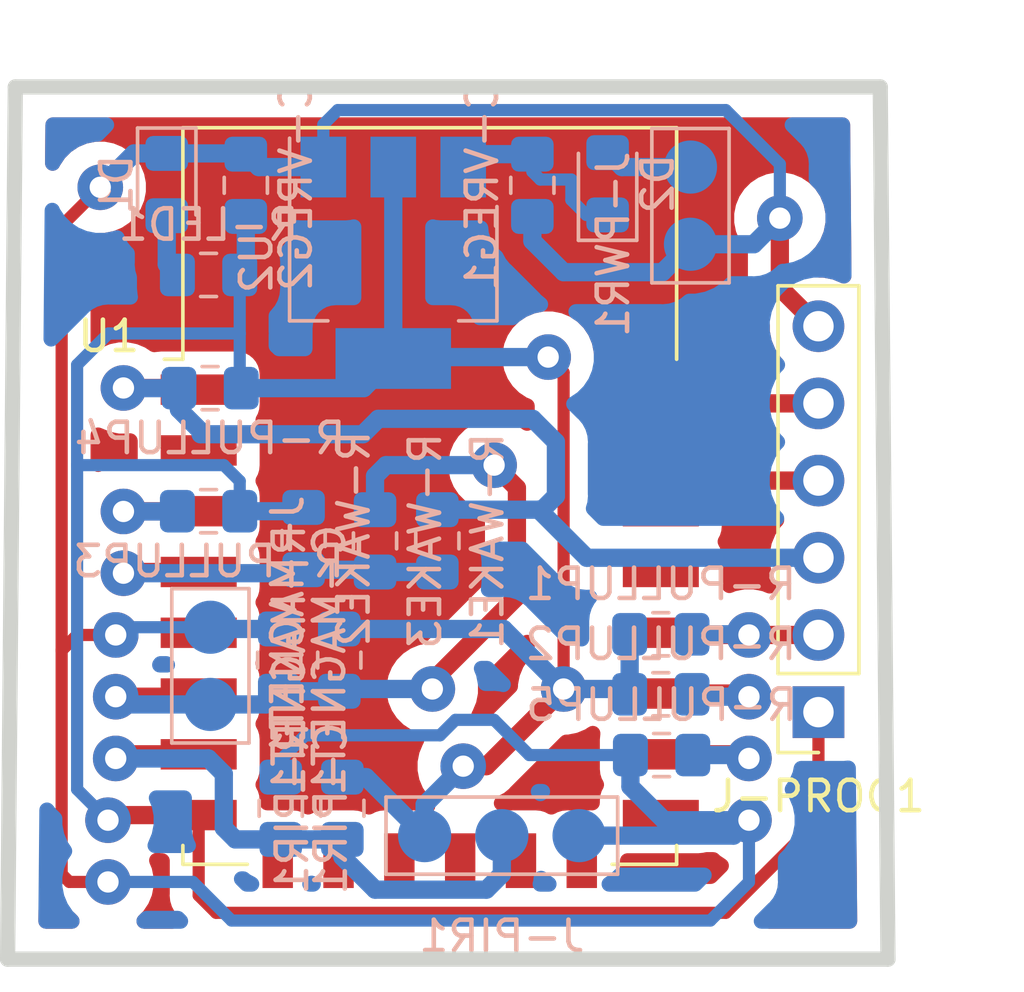
<source format=kicad_pcb>
(kicad_pcb (version 20171130) (host pcbnew 5.1.5)

  (general
    (thickness 1.6)
    (drawings 4)
    (tracks 197)
    (zones 0)
    (modules 23)
    (nets 26)
  )

  (page User 150.012 124.993)
  (title_block
    (title "Door Detector Blueprint (Layout)")
    (date 2020-03-12)
    (rev v0.1)
    (company "Safevision ID, Inc")
    (comment 1 "designed by Achmadi ST MT")
  )

  (layers
    (0 F.Cu signal)
    (31 B.Cu signal)
    (32 B.Adhes user)
    (33 F.Adhes user)
    (34 B.Paste user)
    (35 F.Paste user)
    (36 B.SilkS user)
    (37 F.SilkS user)
    (38 B.Mask user)
    (39 F.Mask user)
    (40 Dwgs.User user)
    (41 Cmts.User user)
    (42 Eco1.User user)
    (43 Eco2.User user)
    (44 Edge.Cuts user)
    (45 Margin user)
    (46 B.CrtYd user)
    (47 F.CrtYd user)
    (48 B.Fab user)
    (49 F.Fab user)
  )

  (setup
    (last_trace_width 0.4)
    (user_trace_width 0.3)
    (user_trace_width 0.4)
    (user_trace_width 0.6)
    (user_trace_width 0.8)
    (trace_clearance 0.15)
    (zone_clearance 0.508)
    (zone_45_only no)
    (trace_min 0.2)
    (via_size 1.5)
    (via_drill 0.7)
    (via_min_size 0.4)
    (via_min_drill 0.3)
    (uvia_size 0.3)
    (uvia_drill 0.1)
    (uvias_allowed no)
    (uvia_min_size 0.2)
    (uvia_min_drill 0.1)
    (edge_width 0.5)
    (segment_width 0.2)
    (pcb_text_width 0.3)
    (pcb_text_size 1.5 1.5)
    (mod_edge_width 0.12)
    (mod_text_size 1 1)
    (mod_text_width 0.15)
    (pad_size 1.524 1.524)
    (pad_drill 0.762)
    (pad_to_mask_clearance 0.051)
    (solder_mask_min_width 0.25)
    (aux_axis_origin 0 0)
    (visible_elements FFFFEF7F)
    (pcbplotparams
      (layerselection 0x010fc_ffffffff)
      (usegerberextensions false)
      (usegerberattributes false)
      (usegerberadvancedattributes false)
      (creategerberjobfile false)
      (excludeedgelayer true)
      (linewidth 0.100000)
      (plotframeref false)
      (viasonmask false)
      (mode 1)
      (useauxorigin false)
      (hpglpennumber 1)
      (hpglpenspeed 20)
      (hpglpendiameter 15.000000)
      (psnegative false)
      (psa4output false)
      (plotreference true)
      (plotvalue true)
      (plotinvisibletext false)
      (padsonsilk false)
      (subtractmaskfromsilk false)
      (outputformat 1)
      (mirror false)
      (drillshape 1)
      (scaleselection 1)
      (outputdirectory ""))
  )

  (net 0 "")
  (net 1 /P0)
  (net 2 VDD)
  (net 3 /P2)
  (net 4 /EN)
  (net 5 /RST)
  (net 6 /P15)
  (net 7 GND)
  (net 8 "Net-(U1-Pad2)")
  (net 9 "Net-(U1-Pad5)")
  (net 10 "Net-(U1-Pad9)")
  (net 11 "Net-(U1-Pad10)")
  (net 12 "Net-(U1-Pad11)")
  (net 13 "Net-(U1-Pad12)")
  (net 14 "Net-(U1-Pad13)")
  (net 15 "Net-(U1-Pad14)")
  (net 16 "Net-(U1-Pad19)")
  (net 17 "Net-(U1-Pad20)")
  (net 18 /RX)
  (net 19 /TX)
  (net 20 /MAGNET)
  (net 21 /PIR)
  (net 22 /WAKE)
  (net 23 "Net-(C-VREG1-Pad1)")
  (net 24 "Net-(D1-Pad2)")
  (net 25 "Net-(D2-Pad2)")

  (net_class Default "This is the default net class."
    (clearance 0.15)
    (trace_width 0.25)
    (via_dia 1.5)
    (via_drill 0.7)
    (uvia_dia 0.3)
    (uvia_drill 0.1)
    (add_net /EN)
    (add_net /MAGNET)
    (add_net /P0)
    (add_net /P15)
    (add_net /P2)
    (add_net /PIR)
    (add_net /RST)
    (add_net /RX)
    (add_net /TX)
    (add_net /WAKE)
    (add_net GND)
    (add_net "Net-(C-VREG1-Pad1)")
    (add_net "Net-(D1-Pad2)")
    (add_net "Net-(D2-Pad2)")
    (add_net "Net-(U1-Pad10)")
    (add_net "Net-(U1-Pad11)")
    (add_net "Net-(U1-Pad12)")
    (add_net "Net-(U1-Pad13)")
    (add_net "Net-(U1-Pad14)")
    (add_net "Net-(U1-Pad19)")
    (add_net "Net-(U1-Pad2)")
    (add_net "Net-(U1-Pad20)")
    (add_net "Net-(U1-Pad5)")
    (add_net "Net-(U1-Pad9)")
    (add_net VDD)
  )

  (module Resistor_SMD:R_0805_2012Metric_Pad1.15x1.40mm_HandSolder (layer B.Cu) (tedit 5B36C52B) (tstamp 5E69F3F1)
    (at 77.873 49 180)
    (descr "Resistor SMD 0805 (2012 Metric), square (rectangular) end terminal, IPC_7351 nominal with elongated pad for handsoldering. (Body size source: https://docs.google.com/spreadsheets/d/1BsfQQcO9C6DZCsRaXUlFlo91Tg2WpOkGARC1WS5S8t0/edit?usp=sharing), generated with kicad-footprint-generator")
    (tags "resistor handsolder")
    (path /5E6A0947)
    (attr smd)
    (fp_text reference R-PULLUP1 (at 0 1.65) (layer B.SilkS)
      (effects (font (size 1 1) (thickness 0.15)) (justify mirror))
    )
    (fp_text value 10K (at 0 -1.65) (layer B.Fab)
      (effects (font (size 1 1) (thickness 0.15)) (justify mirror))
    )
    (fp_line (start -1 -0.6) (end -1 0.6) (layer B.Fab) (width 0.1))
    (fp_line (start -1 0.6) (end 1 0.6) (layer B.Fab) (width 0.1))
    (fp_line (start 1 0.6) (end 1 -0.6) (layer B.Fab) (width 0.1))
    (fp_line (start 1 -0.6) (end -1 -0.6) (layer B.Fab) (width 0.1))
    (fp_line (start -0.261252 0.71) (end 0.261252 0.71) (layer B.SilkS) (width 0.12))
    (fp_line (start -0.261252 -0.71) (end 0.261252 -0.71) (layer B.SilkS) (width 0.12))
    (fp_line (start -1.85 -0.95) (end -1.85 0.95) (layer B.CrtYd) (width 0.05))
    (fp_line (start -1.85 0.95) (end 1.85 0.95) (layer B.CrtYd) (width 0.05))
    (fp_line (start 1.85 0.95) (end 1.85 -0.95) (layer B.CrtYd) (width 0.05))
    (fp_line (start 1.85 -0.95) (end -1.85 -0.95) (layer B.CrtYd) (width 0.05))
    (fp_text user %R (at 0 0) (layer B.Fab)
      (effects (font (size 0.5 0.5) (thickness 0.08)) (justify mirror))
    )
    (pad 1 smd roundrect (at -1.025 0 180) (size 1.15 1.4) (layers B.Cu B.Paste B.Mask) (roundrect_rratio 0.217391)
      (net 1 /P0))
    (pad 2 smd roundrect (at 1.025 0 180) (size 1.15 1.4) (layers B.Cu B.Paste B.Mask) (roundrect_rratio 0.217391)
      (net 2 VDD))
    (model ${KISYS3DMOD}/Resistor_SMD.3dshapes/R_0805_2012Metric.wrl
      (at (xyz 0 0 0))
      (scale (xyz 1 1 1))
      (rotate (xyz 0 0 0))
    )
  )

  (module Resistor_SMD:R_0805_2012Metric_Pad1.15x1.40mm_HandSolder (layer B.Cu) (tedit 5B36C52B) (tstamp 5E69F402)
    (at 77.873 50.975 180)
    (descr "Resistor SMD 0805 (2012 Metric), square (rectangular) end terminal, IPC_7351 nominal with elongated pad for handsoldering. (Body size source: https://docs.google.com/spreadsheets/d/1BsfQQcO9C6DZCsRaXUlFlo91Tg2WpOkGARC1WS5S8t0/edit?usp=sharing), generated with kicad-footprint-generator")
    (tags "resistor handsolder")
    (path /5E6A6477)
    (attr smd)
    (fp_text reference R-PULLUP2 (at 0 1.65) (layer B.SilkS)
      (effects (font (size 1 1) (thickness 0.15)) (justify mirror))
    )
    (fp_text value 10K (at 0 -1.65) (layer B.Fab)
      (effects (font (size 1 1) (thickness 0.15)) (justify mirror))
    )
    (fp_text user %R (at 0 0) (layer B.Fab)
      (effects (font (size 0.5 0.5) (thickness 0.08)) (justify mirror))
    )
    (fp_line (start 1.85 -0.95) (end -1.85 -0.95) (layer B.CrtYd) (width 0.05))
    (fp_line (start 1.85 0.95) (end 1.85 -0.95) (layer B.CrtYd) (width 0.05))
    (fp_line (start -1.85 0.95) (end 1.85 0.95) (layer B.CrtYd) (width 0.05))
    (fp_line (start -1.85 -0.95) (end -1.85 0.95) (layer B.CrtYd) (width 0.05))
    (fp_line (start -0.261252 -0.71) (end 0.261252 -0.71) (layer B.SilkS) (width 0.12))
    (fp_line (start -0.261252 0.71) (end 0.261252 0.71) (layer B.SilkS) (width 0.12))
    (fp_line (start 1 -0.6) (end -1 -0.6) (layer B.Fab) (width 0.1))
    (fp_line (start 1 0.6) (end 1 -0.6) (layer B.Fab) (width 0.1))
    (fp_line (start -1 0.6) (end 1 0.6) (layer B.Fab) (width 0.1))
    (fp_line (start -1 -0.6) (end -1 0.6) (layer B.Fab) (width 0.1))
    (pad 2 smd roundrect (at 1.025 0 180) (size 1.15 1.4) (layers B.Cu B.Paste B.Mask) (roundrect_rratio 0.217391)
      (net 2 VDD))
    (pad 1 smd roundrect (at -1.025 0 180) (size 1.15 1.4) (layers B.Cu B.Paste B.Mask) (roundrect_rratio 0.217391)
      (net 3 /P2))
    (model ${KISYS3DMOD}/Resistor_SMD.3dshapes/R_0805_2012Metric.wrl
      (at (xyz 0 0 0))
      (scale (xyz 1 1 1))
      (rotate (xyz 0 0 0))
    )
  )

  (module Resistor_SMD:R_0805_2012Metric_Pad1.15x1.40mm_HandSolder (layer B.Cu) (tedit 5B36C52B) (tstamp 5E69F413)
    (at 62.998 44.95)
    (descr "Resistor SMD 0805 (2012 Metric), square (rectangular) end terminal, IPC_7351 nominal with elongated pad for handsoldering. (Body size source: https://docs.google.com/spreadsheets/d/1BsfQQcO9C6DZCsRaXUlFlo91Tg2WpOkGARC1WS5S8t0/edit?usp=sharing), generated with kicad-footprint-generator")
    (tags "resistor handsolder")
    (path /5E6A6AB5)
    (attr smd)
    (fp_text reference R-PULLUP3 (at 0 1.65) (layer B.SilkS)
      (effects (font (size 1 1) (thickness 0.15)) (justify mirror))
    )
    (fp_text value 10K (at 0 -1.65) (layer B.Fab)
      (effects (font (size 1 1) (thickness 0.15)) (justify mirror))
    )
    (fp_line (start -1 -0.6) (end -1 0.6) (layer B.Fab) (width 0.1))
    (fp_line (start -1 0.6) (end 1 0.6) (layer B.Fab) (width 0.1))
    (fp_line (start 1 0.6) (end 1 -0.6) (layer B.Fab) (width 0.1))
    (fp_line (start 1 -0.6) (end -1 -0.6) (layer B.Fab) (width 0.1))
    (fp_line (start -0.261252 0.71) (end 0.261252 0.71) (layer B.SilkS) (width 0.12))
    (fp_line (start -0.261252 -0.71) (end 0.261252 -0.71) (layer B.SilkS) (width 0.12))
    (fp_line (start -1.85 -0.95) (end -1.85 0.95) (layer B.CrtYd) (width 0.05))
    (fp_line (start -1.85 0.95) (end 1.85 0.95) (layer B.CrtYd) (width 0.05))
    (fp_line (start 1.85 0.95) (end 1.85 -0.95) (layer B.CrtYd) (width 0.05))
    (fp_line (start 1.85 -0.95) (end -1.85 -0.95) (layer B.CrtYd) (width 0.05))
    (fp_text user %R (at 0 0) (layer B.Fab)
      (effects (font (size 0.5 0.5) (thickness 0.08)) (justify mirror))
    )
    (pad 1 smd roundrect (at -1.025 0) (size 1.15 1.4) (layers B.Cu B.Paste B.Mask) (roundrect_rratio 0.217391)
      (net 4 /EN))
    (pad 2 smd roundrect (at 1.025 0) (size 1.15 1.4) (layers B.Cu B.Paste B.Mask) (roundrect_rratio 0.217391)
      (net 2 VDD))
    (model ${KISYS3DMOD}/Resistor_SMD.3dshapes/R_0805_2012Metric.wrl
      (at (xyz 0 0 0))
      (scale (xyz 1 1 1))
      (rotate (xyz 0 0 0))
    )
  )

  (module Resistor_SMD:R_0805_2012Metric_Pad1.15x1.40mm_HandSolder (layer B.Cu) (tedit 5B36C52B) (tstamp 5E69F424)
    (at 63.048 40.9)
    (descr "Resistor SMD 0805 (2012 Metric), square (rectangular) end terminal, IPC_7351 nominal with elongated pad for handsoldering. (Body size source: https://docs.google.com/spreadsheets/d/1BsfQQcO9C6DZCsRaXUlFlo91Tg2WpOkGARC1WS5S8t0/edit?usp=sharing), generated with kicad-footprint-generator")
    (tags "resistor handsolder")
    (path /5E6A6ABF)
    (attr smd)
    (fp_text reference R-PULLUP4 (at 0 1.65) (layer B.SilkS)
      (effects (font (size 1 1) (thickness 0.15)) (justify mirror))
    )
    (fp_text value 10K (at 0 -1.65) (layer B.Fab)
      (effects (font (size 1 1) (thickness 0.15)) (justify mirror))
    )
    (fp_text user %R (at 0 0) (layer B.Fab)
      (effects (font (size 0.5 0.5) (thickness 0.08)) (justify mirror))
    )
    (fp_line (start 1.85 -0.95) (end -1.85 -0.95) (layer B.CrtYd) (width 0.05))
    (fp_line (start 1.85 0.95) (end 1.85 -0.95) (layer B.CrtYd) (width 0.05))
    (fp_line (start -1.85 0.95) (end 1.85 0.95) (layer B.CrtYd) (width 0.05))
    (fp_line (start -1.85 -0.95) (end -1.85 0.95) (layer B.CrtYd) (width 0.05))
    (fp_line (start -0.261252 -0.71) (end 0.261252 -0.71) (layer B.SilkS) (width 0.12))
    (fp_line (start -0.261252 0.71) (end 0.261252 0.71) (layer B.SilkS) (width 0.12))
    (fp_line (start 1 -0.6) (end -1 -0.6) (layer B.Fab) (width 0.1))
    (fp_line (start 1 0.6) (end 1 -0.6) (layer B.Fab) (width 0.1))
    (fp_line (start -1 0.6) (end 1 0.6) (layer B.Fab) (width 0.1))
    (fp_line (start -1 -0.6) (end -1 0.6) (layer B.Fab) (width 0.1))
    (pad 2 smd roundrect (at 1.025 0) (size 1.15 1.4) (layers B.Cu B.Paste B.Mask) (roundrect_rratio 0.217391)
      (net 2 VDD))
    (pad 1 smd roundrect (at -1.025 0) (size 1.15 1.4) (layers B.Cu B.Paste B.Mask) (roundrect_rratio 0.217391)
      (net 5 /RST))
    (model ${KISYS3DMOD}/Resistor_SMD.3dshapes/R_0805_2012Metric.wrl
      (at (xyz 0 0 0))
      (scale (xyz 1 1 1))
      (rotate (xyz 0 0 0))
    )
  )

  (module Resistor_SMD:R_0805_2012Metric_Pad1.15x1.40mm_HandSolder (layer B.Cu) (tedit 5B36C52B) (tstamp 5E69F435)
    (at 77.898 52.975 180)
    (descr "Resistor SMD 0805 (2012 Metric), square (rectangular) end terminal, IPC_7351 nominal with elongated pad for handsoldering. (Body size source: https://docs.google.com/spreadsheets/d/1BsfQQcO9C6DZCsRaXUlFlo91Tg2WpOkGARC1WS5S8t0/edit?usp=sharing), generated with kicad-footprint-generator")
    (tags "resistor handsolder")
    (path /5E6A76D6)
    (attr smd)
    (fp_text reference R-PULLUP5 (at 0 1.65) (layer B.SilkS)
      (effects (font (size 1 1) (thickness 0.15)) (justify mirror))
    )
    (fp_text value 10K (at 0 -1.65) (layer B.Fab)
      (effects (font (size 1 1) (thickness 0.15)) (justify mirror))
    )
    (fp_line (start -1 -0.6) (end -1 0.6) (layer B.Fab) (width 0.1))
    (fp_line (start -1 0.6) (end 1 0.6) (layer B.Fab) (width 0.1))
    (fp_line (start 1 0.6) (end 1 -0.6) (layer B.Fab) (width 0.1))
    (fp_line (start 1 -0.6) (end -1 -0.6) (layer B.Fab) (width 0.1))
    (fp_line (start -0.261252 0.71) (end 0.261252 0.71) (layer B.SilkS) (width 0.12))
    (fp_line (start -0.261252 -0.71) (end 0.261252 -0.71) (layer B.SilkS) (width 0.12))
    (fp_line (start -1.85 -0.95) (end -1.85 0.95) (layer B.CrtYd) (width 0.05))
    (fp_line (start -1.85 0.95) (end 1.85 0.95) (layer B.CrtYd) (width 0.05))
    (fp_line (start 1.85 0.95) (end 1.85 -0.95) (layer B.CrtYd) (width 0.05))
    (fp_line (start 1.85 -0.95) (end -1.85 -0.95) (layer B.CrtYd) (width 0.05))
    (fp_text user %R (at 0 0) (layer B.Fab)
      (effects (font (size 0.5 0.5) (thickness 0.08)) (justify mirror))
    )
    (pad 1 smd roundrect (at -1.025 0 180) (size 1.15 1.4) (layers B.Cu B.Paste B.Mask) (roundrect_rratio 0.217391)
      (net 6 /P15))
    (pad 2 smd roundrect (at 1.025 0 180) (size 1.15 1.4) (layers B.Cu B.Paste B.Mask) (roundrect_rratio 0.217391)
      (net 7 GND))
    (model ${KISYS3DMOD}/Resistor_SMD.3dshapes/R_0805_2012Metric.wrl
      (at (xyz 0 0 0))
      (scale (xyz 1 1 1))
      (rotate (xyz 0 0 0))
    )
  )

  (module RF_Module:ESP-12E (layer F.Cu) (tedit 5A030172) (tstamp 5E69F470)
    (at 70.273001 44.450001)
    (descr "Wi-Fi Module, http://wiki.ai-thinker.com/_media/esp8266/docs/aithinker_esp_12f_datasheet_en.pdf")
    (tags "Wi-Fi Module")
    (path /5E69AD75)
    (attr smd)
    (fp_text reference U1 (at -10.56 -5.26) (layer F.SilkS)
      (effects (font (size 1 1) (thickness 0.15)))
    )
    (fp_text value ESP-12E (at -0.06 -12.78) (layer F.Fab)
      (effects (font (size 1 1) (thickness 0.15)))
    )
    (fp_text user Antenna (at -0.06 -7 180) (layer Cmts.User)
      (effects (font (size 1 1) (thickness 0.15)))
    )
    (fp_text user "KEEP-OUT ZONE" (at 0.03 -9.55 180) (layer Cmts.User)
      (effects (font (size 1 1) (thickness 0.15)))
    )
    (fp_text user %R (at 0.49 -0.8) (layer F.Fab)
      (effects (font (size 1 1) (thickness 0.15)))
    )
    (fp_line (start -8 -12) (end 8 -12) (layer F.Fab) (width 0.12))
    (fp_line (start 8 -12) (end 8 12) (layer F.Fab) (width 0.12))
    (fp_line (start 8 12) (end -8 12) (layer F.Fab) (width 0.12))
    (fp_line (start -8 12) (end -8 -3) (layer F.Fab) (width 0.12))
    (fp_line (start -8 -3) (end -7.5 -3.5) (layer F.Fab) (width 0.12))
    (fp_line (start -7.5 -3.5) (end -8 -4) (layer F.Fab) (width 0.12))
    (fp_line (start -8 -4) (end -8 -12) (layer F.Fab) (width 0.12))
    (fp_line (start -9.05 -12.2) (end 9.05 -12.2) (layer F.CrtYd) (width 0.05))
    (fp_line (start 9.05 -12.2) (end 9.05 13.1) (layer F.CrtYd) (width 0.05))
    (fp_line (start 9.05 13.1) (end -9.05 13.1) (layer F.CrtYd) (width 0.05))
    (fp_line (start -9.05 13.1) (end -9.05 -12.2) (layer F.CrtYd) (width 0.05))
    (fp_line (start -8.12 -12.12) (end 8.12 -12.12) (layer F.SilkS) (width 0.12))
    (fp_line (start 8.12 -12.12) (end 8.12 -4.5) (layer F.SilkS) (width 0.12))
    (fp_line (start 8.12 11.5) (end 8.12 12.12) (layer F.SilkS) (width 0.12))
    (fp_line (start 8.12 12.12) (end 6 12.12) (layer F.SilkS) (width 0.12))
    (fp_line (start -6 12.12) (end -8.12 12.12) (layer F.SilkS) (width 0.12))
    (fp_line (start -8.12 12.12) (end -8.12 11.5) (layer F.SilkS) (width 0.12))
    (fp_line (start -8.12 -4.5) (end -8.12 -12.12) (layer F.SilkS) (width 0.12))
    (fp_line (start -8.12 -4.5) (end -8.73 -4.5) (layer F.SilkS) (width 0.12))
    (fp_line (start -8.12 -12.12) (end 8.12 -12.12) (layer Dwgs.User) (width 0.12))
    (fp_line (start 8.12 -12.12) (end 8.12 -4.8) (layer Dwgs.User) (width 0.12))
    (fp_line (start 8.12 -4.8) (end -8.12 -4.8) (layer Dwgs.User) (width 0.12))
    (fp_line (start -8.12 -4.8) (end -8.12 -12.12) (layer Dwgs.User) (width 0.12))
    (fp_line (start -8.12 -9.12) (end -5.12 -12.12) (layer Dwgs.User) (width 0.12))
    (fp_line (start -8.12 -6.12) (end -2.12 -12.12) (layer Dwgs.User) (width 0.12))
    (fp_line (start -6.44 -4.8) (end 0.88 -12.12) (layer Dwgs.User) (width 0.12))
    (fp_line (start -3.44 -4.8) (end 3.88 -12.12) (layer Dwgs.User) (width 0.12))
    (fp_line (start -0.44 -4.8) (end 6.88 -12.12) (layer Dwgs.User) (width 0.12))
    (fp_line (start 2.56 -4.8) (end 8.12 -10.36) (layer Dwgs.User) (width 0.12))
    (fp_line (start 5.56 -4.8) (end 8.12 -7.36) (layer Dwgs.User) (width 0.12))
    (pad 1 smd rect (at -7.6 -3.5) (size 2.5 1) (layers F.Cu F.Paste F.Mask)
      (net 5 /RST))
    (pad 2 smd rect (at -7.6 -1.5) (size 2.5 1) (layers F.Cu F.Paste F.Mask)
      (net 8 "Net-(U1-Pad2)"))
    (pad 3 smd rect (at -7.6 0.5) (size 2.5 1) (layers F.Cu F.Paste F.Mask)
      (net 4 /EN))
    (pad 4 smd rect (at -7.6 2.5) (size 2.5 1) (layers F.Cu F.Paste F.Mask)
      (net 22 /WAKE))
    (pad 5 smd rect (at -7.6 4.5) (size 2.5 1) (layers F.Cu F.Paste F.Mask)
      (net 9 "Net-(U1-Pad5)"))
    (pad 6 smd rect (at -7.6 6.5) (size 2.5 1) (layers F.Cu F.Paste F.Mask)
      (net 20 /MAGNET))
    (pad 7 smd rect (at -7.6 8.5) (size 2.5 1) (layers F.Cu F.Paste F.Mask)
      (net 21 /PIR))
    (pad 8 smd rect (at -7.6 10.5) (size 2.5 1) (layers F.Cu F.Paste F.Mask)
      (net 2 VDD))
    (pad 9 smd rect (at -5 12) (size 1 1.8) (layers F.Cu F.Paste F.Mask)
      (net 10 "Net-(U1-Pad9)"))
    (pad 10 smd rect (at -3 12) (size 1 1.8) (layers F.Cu F.Paste F.Mask)
      (net 11 "Net-(U1-Pad10)"))
    (pad 11 smd rect (at -1 12) (size 1 1.8) (layers F.Cu F.Paste F.Mask)
      (net 12 "Net-(U1-Pad11)"))
    (pad 12 smd rect (at 1 12) (size 1 1.8) (layers F.Cu F.Paste F.Mask)
      (net 13 "Net-(U1-Pad12)"))
    (pad 13 smd rect (at 3 12) (size 1 1.8) (layers F.Cu F.Paste F.Mask)
      (net 14 "Net-(U1-Pad13)"))
    (pad 14 smd rect (at 5 12) (size 1 1.8) (layers F.Cu F.Paste F.Mask)
      (net 15 "Net-(U1-Pad14)"))
    (pad 15 smd rect (at 7.6 10.5) (size 2.5 1) (layers F.Cu F.Paste F.Mask)
      (net 7 GND))
    (pad 16 smd rect (at 7.6 8.5) (size 2.5 1) (layers F.Cu F.Paste F.Mask)
      (net 6 /P15))
    (pad 17 smd rect (at 7.6 6.5) (size 2.5 1) (layers F.Cu F.Paste F.Mask)
      (net 3 /P2))
    (pad 18 smd rect (at 7.6 4.5) (size 2.5 1) (layers F.Cu F.Paste F.Mask)
      (net 1 /P0))
    (pad 19 smd rect (at 7.6 2.5) (size 2.5 1) (layers F.Cu F.Paste F.Mask)
      (net 16 "Net-(U1-Pad19)"))
    (pad 20 smd rect (at 7.6 0.5) (size 2.5 1) (layers F.Cu F.Paste F.Mask)
      (net 17 "Net-(U1-Pad20)"))
    (pad 21 smd rect (at 7.6 -1.5) (size 2.5 1) (layers F.Cu F.Paste F.Mask)
      (net 18 /RX))
    (pad 22 smd rect (at 7.6 -3.5) (size 2.5 1) (layers F.Cu F.Paste F.Mask)
      (net 19 /TX))
    (model /home/achmadi/_development_/Projects/esp8266-dev/pcb/libraries/esp8266-kicad/ESP8266.3dshapes/ESP-12-E-better.wrl
      (offset (xyz -7 3.5 0))
      (scale (xyz 1 1 1))
      (rotate (xyz 0 0 0))
    )
  )

  (module Connector_PinSocket_2.54mm:PinSocket_1x06_P2.54mm_Vertical (layer F.Cu) (tedit 5A19A430) (tstamp 5E69F87B)
    (at 83.058 51.562 180)
    (descr "Through hole straight socket strip, 1x06, 2.54mm pitch, single row (from Kicad 4.0.7), script generated")
    (tags "Through hole socket strip THT 1x06 2.54mm single row")
    (path /5E6AF38E)
    (fp_text reference J-PROG1 (at 0 -2.77) (layer F.SilkS)
      (effects (font (size 1 1) (thickness 0.15)))
    )
    (fp_text value Conn_01x06_Male (at 0 15.47) (layer F.Fab)
      (effects (font (size 1 1) (thickness 0.15)))
    )
    (fp_line (start -1.27 -1.27) (end 0.635 -1.27) (layer F.Fab) (width 0.1))
    (fp_line (start 0.635 -1.27) (end 1.27 -0.635) (layer F.Fab) (width 0.1))
    (fp_line (start 1.27 -0.635) (end 1.27 13.97) (layer F.Fab) (width 0.1))
    (fp_line (start 1.27 13.97) (end -1.27 13.97) (layer F.Fab) (width 0.1))
    (fp_line (start -1.27 13.97) (end -1.27 -1.27) (layer F.Fab) (width 0.1))
    (fp_line (start -1.33 1.27) (end 1.33 1.27) (layer F.SilkS) (width 0.12))
    (fp_line (start -1.33 1.27) (end -1.33 14.03) (layer F.SilkS) (width 0.12))
    (fp_line (start -1.33 14.03) (end 1.33 14.03) (layer F.SilkS) (width 0.12))
    (fp_line (start 1.33 1.27) (end 1.33 14.03) (layer F.SilkS) (width 0.12))
    (fp_line (start 1.33 -1.33) (end 1.33 0) (layer F.SilkS) (width 0.12))
    (fp_line (start 0 -1.33) (end 1.33 -1.33) (layer F.SilkS) (width 0.12))
    (fp_line (start -1.8 -1.8) (end 1.75 -1.8) (layer F.CrtYd) (width 0.05))
    (fp_line (start 1.75 -1.8) (end 1.75 14.45) (layer F.CrtYd) (width 0.05))
    (fp_line (start 1.75 14.45) (end -1.8 14.45) (layer F.CrtYd) (width 0.05))
    (fp_line (start -1.8 14.45) (end -1.8 -1.8) (layer F.CrtYd) (width 0.05))
    (fp_text user %R (at 0 6.35 90) (layer F.Fab)
      (effects (font (size 1 1) (thickness 0.15)))
    )
    (pad 1 thru_hole rect (at 0 0 180) (size 1.7 1.7) (drill 1) (layers *.Cu *.Mask)
      (net 2 VDD))
    (pad 2 thru_hole oval (at 0 2.54 180) (size 1.7 1.7) (drill 1) (layers *.Cu *.Mask)
      (net 1 /P0))
    (pad 3 thru_hole oval (at 0 5.08 180) (size 1.7 1.7) (drill 1) (layers *.Cu *.Mask)
      (net 5 /RST))
    (pad 4 thru_hole oval (at 0 7.62 180) (size 1.7 1.7) (drill 1) (layers *.Cu *.Mask)
      (net 18 /RX))
    (pad 5 thru_hole oval (at 0 10.16 180) (size 1.7 1.7) (drill 1) (layers *.Cu *.Mask)
      (net 19 /TX))
    (pad 6 thru_hole oval (at 0 12.7 180) (size 1.7 1.7) (drill 1) (layers *.Cu *.Mask)
      (net 7 GND))
  )

  (module Capacitor_SMD:C_0805_2012Metric_Pad1.15x1.40mm_HandSolder (layer B.Cu) (tedit 5B36C52B) (tstamp 5E69FE6E)
    (at 65.323 49.85 90)
    (descr "Capacitor SMD 0805 (2012 Metric), square (rectangular) end terminal, IPC_7351 nominal with elongated pad for handsoldering. (Body size source: https://docs.google.com/spreadsheets/d/1BsfQQcO9C6DZCsRaXUlFlo91Tg2WpOkGARC1WS5S8t0/edit?usp=sharing), generated with kicad-footprint-generator")
    (tags "capacitor handsolder")
    (path /5E6B940A)
    (attr smd)
    (fp_text reference C-MAGNET1 (at 0 1.65 90) (layer B.SilkS)
      (effects (font (size 1 1) (thickness 0.15)) (justify mirror))
    )
    (fp_text value C (at 0 -1.65 90) (layer B.Fab)
      (effects (font (size 1 1) (thickness 0.15)) (justify mirror))
    )
    (fp_line (start -1 -0.6) (end -1 0.6) (layer B.Fab) (width 0.1))
    (fp_line (start -1 0.6) (end 1 0.6) (layer B.Fab) (width 0.1))
    (fp_line (start 1 0.6) (end 1 -0.6) (layer B.Fab) (width 0.1))
    (fp_line (start 1 -0.6) (end -1 -0.6) (layer B.Fab) (width 0.1))
    (fp_line (start -0.261252 0.71) (end 0.261252 0.71) (layer B.SilkS) (width 0.12))
    (fp_line (start -0.261252 -0.71) (end 0.261252 -0.71) (layer B.SilkS) (width 0.12))
    (fp_line (start -1.85 -0.95) (end -1.85 0.95) (layer B.CrtYd) (width 0.05))
    (fp_line (start -1.85 0.95) (end 1.85 0.95) (layer B.CrtYd) (width 0.05))
    (fp_line (start 1.85 0.95) (end 1.85 -0.95) (layer B.CrtYd) (width 0.05))
    (fp_line (start 1.85 -0.95) (end -1.85 -0.95) (layer B.CrtYd) (width 0.05))
    (fp_text user %R (at 0 0 90) (layer B.Fab)
      (effects (font (size 0.5 0.5) (thickness 0.08)) (justify mirror))
    )
    (pad 1 smd roundrect (at -1.025 0 90) (size 1.15 1.4) (layers B.Cu B.Paste B.Mask) (roundrect_rratio 0.217391)
      (net 20 /MAGNET))
    (pad 2 smd roundrect (at 1.025 0 90) (size 1.15 1.4) (layers B.Cu B.Paste B.Mask) (roundrect_rratio 0.217391)
      (net 7 GND))
    (model ${KISYS3DMOD}/Capacitor_SMD.3dshapes/C_0805_2012Metric.wrl
      (at (xyz 0 0 0))
      (scale (xyz 1 1 1))
      (rotate (xyz 0 0 0))
    )
  )

  (module solder_pads:solderpads_small_1x2 (layer B.Cu) (tedit 5E69A653) (tstamp 5E69FE78)
    (at 66.868 50.038 90)
    (path /5E6B9D91)
    (attr smd)
    (fp_text reference J-MAGNET1 (at 1.27 -1.27 270) (layer B.SilkS)
      (effects (font (size 1 1) (thickness 0.15)) (justify mirror))
    )
    (fp_text value Conn_01x02_Male (at 0 0 270) (layer B.Fab)
      (effects (font (size 1 1) (thickness 0.15)) (justify mirror))
    )
    (fp_line (start -2.54 -5.08) (end -2.54 -2.54) (layer B.SilkS) (width 0.12))
    (fp_line (start 2.54 -5.08) (end -2.54 -5.08) (layer B.SilkS) (width 0.12))
    (fp_line (start 2.54 -2.54) (end 2.54 -5.08) (layer B.SilkS) (width 0.12))
    (fp_line (start -2.54 -2.54) (end 2.54 -2.54) (layer B.SilkS) (width 0.12))
    (pad 1 smd circle (at -1.27 -3.81 90) (size 1.75 1.75) (layers B.Cu B.Paste B.Mask)
      (net 20 /MAGNET))
    (pad 2 smd circle (at 1.27 -3.81 90) (size 1.75 1.75) (layers B.Cu B.Paste B.Mask)
      (net 7 GND))
  )

  (module Resistor_SMD:R_0805_2012Metric_Pad1.15x1.40mm_HandSolder (layer B.Cu) (tedit 5B36C52B) (tstamp 5E69FE89)
    (at 67.298 49.85 270)
    (descr "Resistor SMD 0805 (2012 Metric), square (rectangular) end terminal, IPC_7351 nominal with elongated pad for handsoldering. (Body size source: https://docs.google.com/spreadsheets/d/1BsfQQcO9C6DZCsRaXUlFlo91Tg2WpOkGARC1WS5S8t0/edit?usp=sharing), generated with kicad-footprint-generator")
    (tags "resistor handsolder")
    (path /5E6B7C64)
    (attr smd)
    (fp_text reference R-MAGNET1 (at 0 1.65 90) (layer B.SilkS)
      (effects (font (size 1 1) (thickness 0.15)) (justify mirror))
    )
    (fp_text value 10K (at 0 -1.65 90) (layer B.Fab)
      (effects (font (size 1 1) (thickness 0.15)) (justify mirror))
    )
    (fp_line (start -1 -0.6) (end -1 0.6) (layer B.Fab) (width 0.1))
    (fp_line (start -1 0.6) (end 1 0.6) (layer B.Fab) (width 0.1))
    (fp_line (start 1 0.6) (end 1 -0.6) (layer B.Fab) (width 0.1))
    (fp_line (start 1 -0.6) (end -1 -0.6) (layer B.Fab) (width 0.1))
    (fp_line (start -0.261252 0.71) (end 0.261252 0.71) (layer B.SilkS) (width 0.12))
    (fp_line (start -0.261252 -0.71) (end 0.261252 -0.71) (layer B.SilkS) (width 0.12))
    (fp_line (start -1.85 -0.95) (end -1.85 0.95) (layer B.CrtYd) (width 0.05))
    (fp_line (start -1.85 0.95) (end 1.85 0.95) (layer B.CrtYd) (width 0.05))
    (fp_line (start 1.85 0.95) (end 1.85 -0.95) (layer B.CrtYd) (width 0.05))
    (fp_line (start 1.85 -0.95) (end -1.85 -0.95) (layer B.CrtYd) (width 0.05))
    (fp_text user %R (at 0 0 90) (layer B.Fab)
      (effects (font (size 0.5 0.5) (thickness 0.08)) (justify mirror))
    )
    (pad 1 smd roundrect (at -1.025 0 270) (size 1.15 1.4) (layers B.Cu B.Paste B.Mask) (roundrect_rratio 0.217391)
      (net 2 VDD))
    (pad 2 smd roundrect (at 1.025 0 270) (size 1.15 1.4) (layers B.Cu B.Paste B.Mask) (roundrect_rratio 0.217391)
      (net 20 /MAGNET))
    (model ${KISYS3DMOD}/Resistor_SMD.3dshapes/R_0805_2012Metric.wrl
      (at (xyz 0 0 0))
      (scale (xyz 1 1 1))
      (rotate (xyz 0 0 0))
    )
  )

  (module Capacitor_SMD:C_0805_2012Metric_Pad1.15x1.40mm_HandSolder (layer B.Cu) (tedit 5B36C52B) (tstamp 5E69CBFD)
    (at 65.373 54.725 90)
    (descr "Capacitor SMD 0805 (2012 Metric), square (rectangular) end terminal, IPC_7351 nominal with elongated pad for handsoldering. (Body size source: https://docs.google.com/spreadsheets/d/1BsfQQcO9C6DZCsRaXUlFlo91Tg2WpOkGARC1WS5S8t0/edit?usp=sharing), generated with kicad-footprint-generator")
    (tags "capacitor handsolder")
    (path /5E6D8771)
    (attr smd)
    (fp_text reference C-PIR1 (at 0 1.65 90) (layer B.SilkS)
      (effects (font (size 1 1) (thickness 0.15)) (justify mirror))
    )
    (fp_text value C (at 0 -1.65 90) (layer B.Fab)
      (effects (font (size 1 1) (thickness 0.15)) (justify mirror))
    )
    (fp_line (start -1 -0.6) (end -1 0.6) (layer B.Fab) (width 0.1))
    (fp_line (start -1 0.6) (end 1 0.6) (layer B.Fab) (width 0.1))
    (fp_line (start 1 0.6) (end 1 -0.6) (layer B.Fab) (width 0.1))
    (fp_line (start 1 -0.6) (end -1 -0.6) (layer B.Fab) (width 0.1))
    (fp_line (start -0.261252 0.71) (end 0.261252 0.71) (layer B.SilkS) (width 0.12))
    (fp_line (start -0.261252 -0.71) (end 0.261252 -0.71) (layer B.SilkS) (width 0.12))
    (fp_line (start -1.85 -0.95) (end -1.85 0.95) (layer B.CrtYd) (width 0.05))
    (fp_line (start -1.85 0.95) (end 1.85 0.95) (layer B.CrtYd) (width 0.05))
    (fp_line (start 1.85 0.95) (end 1.85 -0.95) (layer B.CrtYd) (width 0.05))
    (fp_line (start 1.85 -0.95) (end -1.85 -0.95) (layer B.CrtYd) (width 0.05))
    (fp_text user %R (at 0 0 90) (layer B.Fab)
      (effects (font (size 0.5 0.5) (thickness 0.08)) (justify mirror))
    )
    (pad 1 smd roundrect (at -1.025 0 90) (size 1.15 1.4) (layers B.Cu B.Paste B.Mask) (roundrect_rratio 0.217391)
      (net 21 /PIR))
    (pad 2 smd roundrect (at 1.025 0 90) (size 1.15 1.4) (layers B.Cu B.Paste B.Mask) (roundrect_rratio 0.217391)
      (net 7 GND))
    (model ${KISYS3DMOD}/Capacitor_SMD.3dshapes/C_0805_2012Metric.wrl
      (at (xyz 0 0 0))
      (scale (xyz 1 1 1))
      (rotate (xyz 0 0 0))
    )
  )

  (module solder_pads:solderpads_small_1x3 (layer B.Cu) (tedit 5E69A6C1) (tstamp 5E69CC08)
    (at 72.644 59.436)
    (path /5E6D2CEF)
    (fp_text reference J-PIR1 (at 0 -0.5) (layer B.SilkS)
      (effects (font (size 1 1) (thickness 0.15)) (justify mirror))
    )
    (fp_text value Conn_01x03_Male (at 0 0.5) (layer B.Fab)
      (effects (font (size 1 1) (thickness 0.15)) (justify mirror))
    )
    (fp_line (start -3.81 -5.08) (end -3.81 -2.54) (layer B.SilkS) (width 0.12))
    (fp_line (start 3.81 -5.08) (end -3.81 -5.08) (layer B.SilkS) (width 0.12))
    (fp_line (start 3.81 -2.54) (end 3.81 -5.08) (layer B.SilkS) (width 0.12))
    (fp_line (start -3.81 -2.54) (end 3.81 -2.54) (layer B.SilkS) (width 0.12))
    (pad 1 smd circle (at -2.54 -3.81) (size 1.75 1.75) (layers B.Cu B.Paste B.Mask)
      (net 2 VDD))
    (pad 2 smd circle (at 0 -3.81) (size 1.75 1.75) (layers B.Cu B.Paste B.Mask)
      (net 21 /PIR))
    (pad 3 smd circle (at 2.54 -3.81) (size 1.75 1.75) (layers B.Cu B.Paste B.Mask)
      (net 7 GND))
  )

  (module Resistor_SMD:R_0805_2012Metric_Pad1.15x1.40mm_HandSolder (layer B.Cu) (tedit 5B36C52B) (tstamp 5E69CC19)
    (at 67.398 54.725 270)
    (descr "Resistor SMD 0805 (2012 Metric), square (rectangular) end terminal, IPC_7351 nominal with elongated pad for handsoldering. (Body size source: https://docs.google.com/spreadsheets/d/1BsfQQcO9C6DZCsRaXUlFlo91Tg2WpOkGARC1WS5S8t0/edit?usp=sharing), generated with kicad-footprint-generator")
    (tags "resistor handsolder")
    (path /5E6D3F73)
    (attr smd)
    (fp_text reference R-PIR1 (at 0 1.65 90) (layer B.SilkS)
      (effects (font (size 1 1) (thickness 0.15)) (justify mirror))
    )
    (fp_text value 10k (at 0 -1.65 90) (layer B.Fab)
      (effects (font (size 1 1) (thickness 0.15)) (justify mirror))
    )
    (fp_text user %R (at 0 0 90) (layer B.Fab)
      (effects (font (size 0.5 0.5) (thickness 0.08)) (justify mirror))
    )
    (fp_line (start 1.85 -0.95) (end -1.85 -0.95) (layer B.CrtYd) (width 0.05))
    (fp_line (start 1.85 0.95) (end 1.85 -0.95) (layer B.CrtYd) (width 0.05))
    (fp_line (start -1.85 0.95) (end 1.85 0.95) (layer B.CrtYd) (width 0.05))
    (fp_line (start -1.85 -0.95) (end -1.85 0.95) (layer B.CrtYd) (width 0.05))
    (fp_line (start -0.261252 -0.71) (end 0.261252 -0.71) (layer B.SilkS) (width 0.12))
    (fp_line (start -0.261252 0.71) (end 0.261252 0.71) (layer B.SilkS) (width 0.12))
    (fp_line (start 1 -0.6) (end -1 -0.6) (layer B.Fab) (width 0.1))
    (fp_line (start 1 0.6) (end 1 -0.6) (layer B.Fab) (width 0.1))
    (fp_line (start -1 0.6) (end 1 0.6) (layer B.Fab) (width 0.1))
    (fp_line (start -1 -0.6) (end -1 0.6) (layer B.Fab) (width 0.1))
    (pad 2 smd roundrect (at 1.025 0 270) (size 1.15 1.4) (layers B.Cu B.Paste B.Mask) (roundrect_rratio 0.217391)
      (net 21 /PIR))
    (pad 1 smd roundrect (at -1.025 0 270) (size 1.15 1.4) (layers B.Cu B.Paste B.Mask) (roundrect_rratio 0.217391)
      (net 2 VDD))
    (model ${KISYS3DMOD}/Resistor_SMD.3dshapes/R_0805_2012Metric.wrl
      (at (xyz 0 0 0))
      (scale (xyz 1 1 1))
      (rotate (xyz 0 0 0))
    )
  )

  (module Resistor_SMD:R_0805_2012Metric_Pad1.15x1.40mm_HandSolder (layer B.Cu) (tedit 5B36C52B) (tstamp 5E69CC2A)
    (at 70.523 45.925 90)
    (descr "Resistor SMD 0805 (2012 Metric), square (rectangular) end terminal, IPC_7351 nominal with elongated pad for handsoldering. (Body size source: https://docs.google.com/spreadsheets/d/1BsfQQcO9C6DZCsRaXUlFlo91Tg2WpOkGARC1WS5S8t0/edit?usp=sharing), generated with kicad-footprint-generator")
    (tags "resistor handsolder")
    (path /5E6A83A3)
    (attr smd)
    (fp_text reference R-WAKE1 (at 0 1.65 90) (layer B.SilkS)
      (effects (font (size 1 1) (thickness 0.15)) (justify mirror))
    )
    (fp_text value 0 (at 0 -1.65 90) (layer B.Fab)
      (effects (font (size 1 1) (thickness 0.15)) (justify mirror))
    )
    (fp_text user %R (at 0 0 90) (layer B.Fab)
      (effects (font (size 0.5 0.5) (thickness 0.08)) (justify mirror))
    )
    (fp_line (start 1.85 -0.95) (end -1.85 -0.95) (layer B.CrtYd) (width 0.05))
    (fp_line (start 1.85 0.95) (end 1.85 -0.95) (layer B.CrtYd) (width 0.05))
    (fp_line (start -1.85 0.95) (end 1.85 0.95) (layer B.CrtYd) (width 0.05))
    (fp_line (start -1.85 -0.95) (end -1.85 0.95) (layer B.CrtYd) (width 0.05))
    (fp_line (start -0.261252 -0.71) (end 0.261252 -0.71) (layer B.SilkS) (width 0.12))
    (fp_line (start -0.261252 0.71) (end 0.261252 0.71) (layer B.SilkS) (width 0.12))
    (fp_line (start 1 -0.6) (end -1 -0.6) (layer B.Fab) (width 0.1))
    (fp_line (start 1 0.6) (end 1 -0.6) (layer B.Fab) (width 0.1))
    (fp_line (start -1 0.6) (end 1 0.6) (layer B.Fab) (width 0.1))
    (fp_line (start -1 -0.6) (end -1 0.6) (layer B.Fab) (width 0.1))
    (pad 2 smd roundrect (at 1.025 0 90) (size 1.15 1.4) (layers B.Cu B.Paste B.Mask) (roundrect_rratio 0.217391)
      (net 5 /RST))
    (pad 1 smd roundrect (at -1.025 0 90) (size 1.15 1.4) (layers B.Cu B.Paste B.Mask) (roundrect_rratio 0.217391)
      (net 22 /WAKE))
    (model ${KISYS3DMOD}/Resistor_SMD.3dshapes/R_0805_2012Metric.wrl
      (at (xyz 0 0 0))
      (scale (xyz 1 1 1))
      (rotate (xyz 0 0 0))
    )
  )

  (module Resistor_SMD:R_0805_2012Metric_Pad1.15x1.40mm_HandSolder (layer B.Cu) (tedit 5B36C52B) (tstamp 5E69CC3B)
    (at 66.123 45.85 90)
    (descr "Resistor SMD 0805 (2012 Metric), square (rectangular) end terminal, IPC_7351 nominal with elongated pad for handsoldering. (Body size source: https://docs.google.com/spreadsheets/d/1BsfQQcO9C6DZCsRaXUlFlo91Tg2WpOkGARC1WS5S8t0/edit?usp=sharing), generated with kicad-footprint-generator")
    (tags "resistor handsolder")
    (path /5E69D29D)
    (attr smd)
    (fp_text reference R-WAKE2 (at 0 1.65 90) (layer B.SilkS)
      (effects (font (size 1 1) (thickness 0.15)) (justify mirror))
    )
    (fp_text value 10K (at 0 -1.65 90) (layer B.Fab)
      (effects (font (size 1 1) (thickness 0.15)) (justify mirror))
    )
    (fp_line (start -1 -0.6) (end -1 0.6) (layer B.Fab) (width 0.1))
    (fp_line (start -1 0.6) (end 1 0.6) (layer B.Fab) (width 0.1))
    (fp_line (start 1 0.6) (end 1 -0.6) (layer B.Fab) (width 0.1))
    (fp_line (start 1 -0.6) (end -1 -0.6) (layer B.Fab) (width 0.1))
    (fp_line (start -0.261252 0.71) (end 0.261252 0.71) (layer B.SilkS) (width 0.12))
    (fp_line (start -0.261252 -0.71) (end 0.261252 -0.71) (layer B.SilkS) (width 0.12))
    (fp_line (start -1.85 -0.95) (end -1.85 0.95) (layer B.CrtYd) (width 0.05))
    (fp_line (start -1.85 0.95) (end 1.85 0.95) (layer B.CrtYd) (width 0.05))
    (fp_line (start 1.85 0.95) (end 1.85 -0.95) (layer B.CrtYd) (width 0.05))
    (fp_line (start 1.85 -0.95) (end -1.85 -0.95) (layer B.CrtYd) (width 0.05))
    (fp_text user %R (at 0 0 90) (layer B.Fab)
      (effects (font (size 0.5 0.5) (thickness 0.08)) (justify mirror))
    )
    (pad 1 smd roundrect (at -1.025 0 90) (size 1.15 1.4) (layers B.Cu B.Paste B.Mask) (roundrect_rratio 0.217391)
      (net 22 /WAKE))
    (pad 2 smd roundrect (at 1.025 0 90) (size 1.15 1.4) (layers B.Cu B.Paste B.Mask) (roundrect_rratio 0.217391)
      (net 2 VDD))
    (model ${KISYS3DMOD}/Resistor_SMD.3dshapes/R_0805_2012Metric.wrl
      (at (xyz 0 0 0))
      (scale (xyz 1 1 1))
      (rotate (xyz 0 0 0))
    )
  )

  (module Resistor_SMD:R_0805_2012Metric_Pad1.15x1.40mm_HandSolder (layer B.Cu) (tedit 5B36C52B) (tstamp 5E69CC4C)
    (at 68.473 45.925 90)
    (descr "Resistor SMD 0805 (2012 Metric), square (rectangular) end terminal, IPC_7351 nominal with elongated pad for handsoldering. (Body size source: https://docs.google.com/spreadsheets/d/1BsfQQcO9C6DZCsRaXUlFlo91Tg2WpOkGARC1WS5S8t0/edit?usp=sharing), generated with kicad-footprint-generator")
    (tags "resistor handsolder")
    (path /5E6A8867)
    (attr smd)
    (fp_text reference R-WAKE3 (at 0 1.65 90) (layer B.SilkS)
      (effects (font (size 1 1) (thickness 0.15)) (justify mirror))
    )
    (fp_text value 0 (at 0 -1.65 90) (layer B.Fab)
      (effects (font (size 1 1) (thickness 0.15)) (justify mirror))
    )
    (fp_line (start -1 -0.6) (end -1 0.6) (layer B.Fab) (width 0.1))
    (fp_line (start -1 0.6) (end 1 0.6) (layer B.Fab) (width 0.1))
    (fp_line (start 1 0.6) (end 1 -0.6) (layer B.Fab) (width 0.1))
    (fp_line (start 1 -0.6) (end -1 -0.6) (layer B.Fab) (width 0.1))
    (fp_line (start -0.261252 0.71) (end 0.261252 0.71) (layer B.SilkS) (width 0.12))
    (fp_line (start -0.261252 -0.71) (end 0.261252 -0.71) (layer B.SilkS) (width 0.12))
    (fp_line (start -1.85 -0.95) (end -1.85 0.95) (layer B.CrtYd) (width 0.05))
    (fp_line (start -1.85 0.95) (end 1.85 0.95) (layer B.CrtYd) (width 0.05))
    (fp_line (start 1.85 0.95) (end 1.85 -0.95) (layer B.CrtYd) (width 0.05))
    (fp_line (start 1.85 -0.95) (end -1.85 -0.95) (layer B.CrtYd) (width 0.05))
    (fp_text user %R (at 0 0 90) (layer B.Fab)
      (effects (font (size 0.5 0.5) (thickness 0.08)) (justify mirror))
    )
    (pad 1 smd roundrect (at -1.025 0 90) (size 1.15 1.4) (layers B.Cu B.Paste B.Mask) (roundrect_rratio 0.217391)
      (net 22 /WAKE))
    (pad 2 smd roundrect (at 1.025 0 90) (size 1.15 1.4) (layers B.Cu B.Paste B.Mask) (roundrect_rratio 0.217391)
      (net 20 /MAGNET))
    (model ${KISYS3DMOD}/Resistor_SMD.3dshapes/R_0805_2012Metric.wrl
      (at (xyz 0 0 0))
      (scale (xyz 1 1 1))
      (rotate (xyz 0 0 0))
    )
  )

  (module Capacitor_SMD:C_0805_2012Metric_Pad1.15x1.40mm_HandSolder (layer B.Cu) (tedit 5B36C52B) (tstamp 5E69D148)
    (at 73.648 34.225 270)
    (descr "Capacitor SMD 0805 (2012 Metric), square (rectangular) end terminal, IPC_7351 nominal with elongated pad for handsoldering. (Body size source: https://docs.google.com/spreadsheets/d/1BsfQQcO9C6DZCsRaXUlFlo91Tg2WpOkGARC1WS5S8t0/edit?usp=sharing), generated with kicad-footprint-generator")
    (tags "capacitor handsolder")
    (path /5E6EFF4D)
    (attr smd)
    (fp_text reference C-VREG1 (at 0 1.65 90) (layer B.SilkS)
      (effects (font (size 1 1) (thickness 0.15)) (justify mirror))
    )
    (fp_text value C (at 0 -1.65 90) (layer B.Fab)
      (effects (font (size 1 1) (thickness 0.15)) (justify mirror))
    )
    (fp_line (start -1 -0.6) (end -1 0.6) (layer B.Fab) (width 0.1))
    (fp_line (start -1 0.6) (end 1 0.6) (layer B.Fab) (width 0.1))
    (fp_line (start 1 0.6) (end 1 -0.6) (layer B.Fab) (width 0.1))
    (fp_line (start 1 -0.6) (end -1 -0.6) (layer B.Fab) (width 0.1))
    (fp_line (start -0.261252 0.71) (end 0.261252 0.71) (layer B.SilkS) (width 0.12))
    (fp_line (start -0.261252 -0.71) (end 0.261252 -0.71) (layer B.SilkS) (width 0.12))
    (fp_line (start -1.85 -0.95) (end -1.85 0.95) (layer B.CrtYd) (width 0.05))
    (fp_line (start -1.85 0.95) (end 1.85 0.95) (layer B.CrtYd) (width 0.05))
    (fp_line (start 1.85 0.95) (end 1.85 -0.95) (layer B.CrtYd) (width 0.05))
    (fp_line (start 1.85 -0.95) (end -1.85 -0.95) (layer B.CrtYd) (width 0.05))
    (fp_text user %R (at 0 0 90) (layer B.Fab)
      (effects (font (size 0.5 0.5) (thickness 0.08)) (justify mirror))
    )
    (pad 1 smd roundrect (at -1.025 0 270) (size 1.15 1.4) (layers B.Cu B.Paste B.Mask) (roundrect_rratio 0.217391)
      (net 23 "Net-(C-VREG1-Pad1)"))
    (pad 2 smd roundrect (at 1.025 0 270) (size 1.15 1.4) (layers B.Cu B.Paste B.Mask) (roundrect_rratio 0.217391)
      (net 7 GND))
    (model ${KISYS3DMOD}/Capacitor_SMD.3dshapes/C_0805_2012Metric.wrl
      (at (xyz 0 0 0))
      (scale (xyz 1 1 1))
      (rotate (xyz 0 0 0))
    )
  )

  (module Capacitor_SMD:C_0805_2012Metric_Pad1.15x1.40mm_HandSolder (layer B.Cu) (tedit 5B36C52B) (tstamp 5E69D159)
    (at 64.223 34.225 90)
    (descr "Capacitor SMD 0805 (2012 Metric), square (rectangular) end terminal, IPC_7351 nominal with elongated pad for handsoldering. (Body size source: https://docs.google.com/spreadsheets/d/1BsfQQcO9C6DZCsRaXUlFlo91Tg2WpOkGARC1WS5S8t0/edit?usp=sharing), generated with kicad-footprint-generator")
    (tags "capacitor handsolder")
    (path /5E6F4EEE)
    (attr smd)
    (fp_text reference C-VREG2 (at 0 1.65 90) (layer B.SilkS)
      (effects (font (size 1 1) (thickness 0.15)) (justify mirror))
    )
    (fp_text value C (at 0 -1.65 90) (layer B.Fab)
      (effects (font (size 1 1) (thickness 0.15)) (justify mirror))
    )
    (fp_text user %R (at 0 0 90) (layer B.Fab)
      (effects (font (size 0.5 0.5) (thickness 0.08)) (justify mirror))
    )
    (fp_line (start 1.85 -0.95) (end -1.85 -0.95) (layer B.CrtYd) (width 0.05))
    (fp_line (start 1.85 0.95) (end 1.85 -0.95) (layer B.CrtYd) (width 0.05))
    (fp_line (start -1.85 0.95) (end 1.85 0.95) (layer B.CrtYd) (width 0.05))
    (fp_line (start -1.85 -0.95) (end -1.85 0.95) (layer B.CrtYd) (width 0.05))
    (fp_line (start -0.261252 -0.71) (end 0.261252 -0.71) (layer B.SilkS) (width 0.12))
    (fp_line (start -0.261252 0.71) (end 0.261252 0.71) (layer B.SilkS) (width 0.12))
    (fp_line (start 1 -0.6) (end -1 -0.6) (layer B.Fab) (width 0.1))
    (fp_line (start 1 0.6) (end 1 -0.6) (layer B.Fab) (width 0.1))
    (fp_line (start -1 0.6) (end 1 0.6) (layer B.Fab) (width 0.1))
    (fp_line (start -1 -0.6) (end -1 0.6) (layer B.Fab) (width 0.1))
    (pad 2 smd roundrect (at 1.025 0 90) (size 1.15 1.4) (layers B.Cu B.Paste B.Mask) (roundrect_rratio 0.217391)
      (net 7 GND))
    (pad 1 smd roundrect (at -1.025 0 90) (size 1.15 1.4) (layers B.Cu B.Paste B.Mask) (roundrect_rratio 0.217391)
      (net 2 VDD))
    (model ${KISYS3DMOD}/Capacitor_SMD.3dshapes/C_0805_2012Metric.wrl
      (at (xyz 0 0 0))
      (scale (xyz 1 1 1))
      (rotate (xyz 0 0 0))
    )
  )

  (module solder_pads:solderpads_small_1x2 (layer B.Cu) (tedit 5E69A653) (tstamp 5E69D163)
    (at 75.038 34.895 270)
    (path /5E6FDB84)
    (attr smd)
    (fp_text reference J-PWR1 (at 1.27 -1.27 90) (layer B.SilkS)
      (effects (font (size 1 1) (thickness 0.15)) (justify mirror))
    )
    (fp_text value Conn_01x02_Male (at 0 0 90) (layer B.Fab)
      (effects (font (size 1 1) (thickness 0.15)) (justify mirror))
    )
    (fp_line (start -2.54 -5.08) (end -2.54 -2.54) (layer B.SilkS) (width 0.12))
    (fp_line (start 2.54 -5.08) (end -2.54 -5.08) (layer B.SilkS) (width 0.12))
    (fp_line (start 2.54 -2.54) (end 2.54 -5.08) (layer B.SilkS) (width 0.12))
    (fp_line (start -2.54 -2.54) (end 2.54 -2.54) (layer B.SilkS) (width 0.12))
    (pad 1 smd circle (at -1.27 -3.81 270) (size 1.75 1.75) (layers B.Cu B.Paste B.Mask)
      (net 25 "Net-(D2-Pad2)"))
    (pad 2 smd circle (at 1.27 -3.81 270) (size 1.75 1.75) (layers B.Cu B.Paste B.Mask)
      (net 7 GND))
  )

  (module Package_TO_SOT_SMD:SOT-223-3_TabPin2 (layer B.Cu) (tedit 5A02FF57) (tstamp 5E69D179)
    (at 69.073 36.775 270)
    (descr "module CMS SOT223 4 pins")
    (tags "CMS SOT")
    (path /5E6ED8E2)
    (attr smd)
    (fp_text reference U2 (at 0 4.5 90) (layer B.SilkS)
      (effects (font (size 1 1) (thickness 0.15)) (justify mirror))
    )
    (fp_text value AMS1117-3.3 (at 0 -4.5 90) (layer B.Fab)
      (effects (font (size 1 1) (thickness 0.15)) (justify mirror))
    )
    (fp_text user %R (at 0 0 180) (layer B.Fab)
      (effects (font (size 0.8 0.8) (thickness 0.12)) (justify mirror))
    )
    (fp_line (start 1.91 -3.41) (end 1.91 -2.15) (layer B.SilkS) (width 0.12))
    (fp_line (start 1.91 3.41) (end 1.91 2.15) (layer B.SilkS) (width 0.12))
    (fp_line (start 4.4 3.6) (end -4.4 3.6) (layer B.CrtYd) (width 0.05))
    (fp_line (start 4.4 -3.6) (end 4.4 3.6) (layer B.CrtYd) (width 0.05))
    (fp_line (start -4.4 -3.6) (end 4.4 -3.6) (layer B.CrtYd) (width 0.05))
    (fp_line (start -4.4 3.6) (end -4.4 -3.6) (layer B.CrtYd) (width 0.05))
    (fp_line (start -1.85 2.35) (end -0.85 3.35) (layer B.Fab) (width 0.1))
    (fp_line (start -1.85 2.35) (end -1.85 -3.35) (layer B.Fab) (width 0.1))
    (fp_line (start -1.85 -3.41) (end 1.91 -3.41) (layer B.SilkS) (width 0.12))
    (fp_line (start -0.85 3.35) (end 1.85 3.35) (layer B.Fab) (width 0.1))
    (fp_line (start -4.1 3.41) (end 1.91 3.41) (layer B.SilkS) (width 0.12))
    (fp_line (start -1.85 -3.35) (end 1.85 -3.35) (layer B.Fab) (width 0.1))
    (fp_line (start 1.85 3.35) (end 1.85 -3.35) (layer B.Fab) (width 0.1))
    (pad 2 smd rect (at 3.15 0 270) (size 2 3.8) (layers B.Cu B.Paste B.Mask)
      (net 2 VDD))
    (pad 2 smd rect (at -3.15 0 270) (size 2 1.5) (layers B.Cu B.Paste B.Mask)
      (net 2 VDD))
    (pad 3 smd rect (at -3.15 -2.3 270) (size 2 1.5) (layers B.Cu B.Paste B.Mask)
      (net 23 "Net-(C-VREG1-Pad1)"))
    (pad 1 smd rect (at -3.15 2.3 270) (size 2 1.5) (layers B.Cu B.Paste B.Mask)
      (net 7 GND))
    (model ${KISYS3DMOD}/Package_TO_SOT_SMD.3dshapes/SOT-223.wrl
      (at (xyz 0 0 0))
      (scale (xyz 1 1 1))
      (rotate (xyz 0 0 0))
    )
  )

  (module LED_SMD:LED_0805_2012Metric_Pad1.15x1.40mm_HandSolder (layer B.Cu) (tedit 5B4B45C9) (tstamp 5E69D7B8)
    (at 61.623 34.2 270)
    (descr "LED SMD 0805 (2012 Metric), square (rectangular) end terminal, IPC_7351 nominal, (Body size source: https://docs.google.com/spreadsheets/d/1BsfQQcO9C6DZCsRaXUlFlo91Tg2WpOkGARC1WS5S8t0/edit?usp=sharing), generated with kicad-footprint-generator")
    (tags "LED handsolder")
    (path /5E704CBA)
    (attr smd)
    (fp_text reference D1 (at 0 1.65 90) (layer B.SilkS)
      (effects (font (size 1 1) (thickness 0.15)) (justify mirror))
    )
    (fp_text value LED (at 0 -1.65 90) (layer B.Fab)
      (effects (font (size 1 1) (thickness 0.15)) (justify mirror))
    )
    (fp_line (start 1 0.6) (end -0.7 0.6) (layer B.Fab) (width 0.1))
    (fp_line (start -0.7 0.6) (end -1 0.3) (layer B.Fab) (width 0.1))
    (fp_line (start -1 0.3) (end -1 -0.6) (layer B.Fab) (width 0.1))
    (fp_line (start -1 -0.6) (end 1 -0.6) (layer B.Fab) (width 0.1))
    (fp_line (start 1 -0.6) (end 1 0.6) (layer B.Fab) (width 0.1))
    (fp_line (start 1 0.96) (end -1.86 0.96) (layer B.SilkS) (width 0.12))
    (fp_line (start -1.86 0.96) (end -1.86 -0.96) (layer B.SilkS) (width 0.12))
    (fp_line (start -1.86 -0.96) (end 1 -0.96) (layer B.SilkS) (width 0.12))
    (fp_line (start -1.85 -0.95) (end -1.85 0.95) (layer B.CrtYd) (width 0.05))
    (fp_line (start -1.85 0.95) (end 1.85 0.95) (layer B.CrtYd) (width 0.05))
    (fp_line (start 1.85 0.95) (end 1.85 -0.95) (layer B.CrtYd) (width 0.05))
    (fp_line (start 1.85 -0.95) (end -1.85 -0.95) (layer B.CrtYd) (width 0.05))
    (fp_text user %R (at 0 0 90) (layer B.Fab)
      (effects (font (size 0.5 0.5) (thickness 0.08)) (justify mirror))
    )
    (pad 1 smd roundrect (at -1.025 0 270) (size 1.15 1.4) (layers B.Cu B.Paste B.Mask) (roundrect_rratio 0.217391)
      (net 7 GND))
    (pad 2 smd roundrect (at 1.025 0 270) (size 1.15 1.4) (layers B.Cu B.Paste B.Mask) (roundrect_rratio 0.217391)
      (net 24 "Net-(D1-Pad2)"))
    (model ${KISYS3DMOD}/LED_SMD.3dshapes/LED_0805_2012Metric.wrl
      (at (xyz 0 0 0))
      (scale (xyz 1 1 1))
      (rotate (xyz 0 0 0))
    )
  )

  (module Resistor_SMD:R_0805_2012Metric_Pad1.15x1.40mm_HandSolder (layer B.Cu) (tedit 5B36C52B) (tstamp 5E69D7C9)
    (at 62.998 37.175 180)
    (descr "Resistor SMD 0805 (2012 Metric), square (rectangular) end terminal, IPC_7351 nominal with elongated pad for handsoldering. (Body size source: https://docs.google.com/spreadsheets/d/1BsfQQcO9C6DZCsRaXUlFlo91Tg2WpOkGARC1WS5S8t0/edit?usp=sharing), generated with kicad-footprint-generator")
    (tags "resistor handsolder")
    (path /5E705734)
    (attr smd)
    (fp_text reference R-LED1 (at 0 1.65) (layer B.SilkS)
      (effects (font (size 1 1) (thickness 0.15)) (justify mirror))
    )
    (fp_text value 330 (at 0 -1.65) (layer B.Fab)
      (effects (font (size 1 1) (thickness 0.15)) (justify mirror))
    )
    (fp_line (start -1 -0.6) (end -1 0.6) (layer B.Fab) (width 0.1))
    (fp_line (start -1 0.6) (end 1 0.6) (layer B.Fab) (width 0.1))
    (fp_line (start 1 0.6) (end 1 -0.6) (layer B.Fab) (width 0.1))
    (fp_line (start 1 -0.6) (end -1 -0.6) (layer B.Fab) (width 0.1))
    (fp_line (start -0.261252 0.71) (end 0.261252 0.71) (layer B.SilkS) (width 0.12))
    (fp_line (start -0.261252 -0.71) (end 0.261252 -0.71) (layer B.SilkS) (width 0.12))
    (fp_line (start -1.85 -0.95) (end -1.85 0.95) (layer B.CrtYd) (width 0.05))
    (fp_line (start -1.85 0.95) (end 1.85 0.95) (layer B.CrtYd) (width 0.05))
    (fp_line (start 1.85 0.95) (end 1.85 -0.95) (layer B.CrtYd) (width 0.05))
    (fp_line (start 1.85 -0.95) (end -1.85 -0.95) (layer B.CrtYd) (width 0.05))
    (fp_text user %R (at 0 0) (layer B.Fab)
      (effects (font (size 0.5 0.5) (thickness 0.08)) (justify mirror))
    )
    (pad 1 smd roundrect (at -1.025 0 180) (size 1.15 1.4) (layers B.Cu B.Paste B.Mask) (roundrect_rratio 0.217391)
      (net 2 VDD))
    (pad 2 smd roundrect (at 1.025 0 180) (size 1.15 1.4) (layers B.Cu B.Paste B.Mask) (roundrect_rratio 0.217391)
      (net 24 "Net-(D1-Pad2)"))
    (model ${KISYS3DMOD}/Resistor_SMD.3dshapes/R_0805_2012Metric.wrl
      (at (xyz 0 0 0))
      (scale (xyz 1 1 1))
      (rotate (xyz 0 0 0))
    )
  )

  (module Diode_SMD:D_0805_2012Metric_Pad1.15x1.40mm_HandSolder (layer B.Cu) (tedit 5B4B45C8) (tstamp 5E69DD7F)
    (at 76.123 34.175 90)
    (descr "Diode SMD 0805 (2012 Metric), square (rectangular) end terminal, IPC_7351 nominal, (Body size source: https://docs.google.com/spreadsheets/d/1BsfQQcO9C6DZCsRaXUlFlo91Tg2WpOkGARC1WS5S8t0/edit?usp=sharing), generated with kicad-footprint-generator")
    (tags "diode handsolder")
    (path /5E72D174)
    (attr smd)
    (fp_text reference D2 (at 0 1.65 90) (layer B.SilkS)
      (effects (font (size 1 1) (thickness 0.15)) (justify mirror))
    )
    (fp_text value D (at 0 -1.65 90) (layer B.Fab)
      (effects (font (size 1 1) (thickness 0.15)) (justify mirror))
    )
    (fp_line (start 1 0.6) (end -0.7 0.6) (layer B.Fab) (width 0.1))
    (fp_line (start -0.7 0.6) (end -1 0.3) (layer B.Fab) (width 0.1))
    (fp_line (start -1 0.3) (end -1 -0.6) (layer B.Fab) (width 0.1))
    (fp_line (start -1 -0.6) (end 1 -0.6) (layer B.Fab) (width 0.1))
    (fp_line (start 1 -0.6) (end 1 0.6) (layer B.Fab) (width 0.1))
    (fp_line (start 1 0.96) (end -1.86 0.96) (layer B.SilkS) (width 0.12))
    (fp_line (start -1.86 0.96) (end -1.86 -0.96) (layer B.SilkS) (width 0.12))
    (fp_line (start -1.86 -0.96) (end 1 -0.96) (layer B.SilkS) (width 0.12))
    (fp_line (start -1.85 -0.95) (end -1.85 0.95) (layer B.CrtYd) (width 0.05))
    (fp_line (start -1.85 0.95) (end 1.85 0.95) (layer B.CrtYd) (width 0.05))
    (fp_line (start 1.85 0.95) (end 1.85 -0.95) (layer B.CrtYd) (width 0.05))
    (fp_line (start 1.85 -0.95) (end -1.85 -0.95) (layer B.CrtYd) (width 0.05))
    (fp_text user %R (at 0 0 90) (layer B.Fab)
      (effects (font (size 0.5 0.5) (thickness 0.08)) (justify mirror))
    )
    (pad 1 smd roundrect (at -1.025 0 90) (size 1.15 1.4) (layers B.Cu B.Paste B.Mask) (roundrect_rratio 0.217391)
      (net 23 "Net-(C-VREG1-Pad1)"))
    (pad 2 smd roundrect (at 1.025 0 90) (size 1.15 1.4) (layers B.Cu B.Paste B.Mask) (roundrect_rratio 0.217391)
      (net 25 "Net-(D2-Pad2)"))
    (model ${KISYS3DMOD}/Diode_SMD.3dshapes/D_0805_2012Metric.wrl
      (at (xyz 0 0 0))
      (scale (xyz 1 1 1))
      (rotate (xyz 0 0 0))
    )
  )

  (gr_line (start 56.388 59.69) (end 56.642 30.988) (layer Edge.Cuts) (width 0.5) (tstamp 5E69EBF4))
  (gr_line (start 85.344 59.69) (end 56.388 59.69) (layer Edge.Cuts) (width 0.5))
  (gr_line (start 85.09 30.988) (end 85.344 59.69) (layer Edge.Cuts) (width 0.5))
  (gr_line (start 56.642 30.988) (end 85.09 30.988) (layer Edge.Cuts) (width 0.5))

  (via (at 80.772 49.022) (size 1.5) (drill 0.7) (layers F.Cu B.Cu) (net 1))
  (segment (start 78.898 49) (end 80.75 49) (width 0.6) (layer B.Cu) (net 1))
  (segment (start 80.75 49) (end 80.772 49.022) (width 0.6) (layer B.Cu) (net 1))
  (segment (start 77.945 49.022) (end 77.873001 48.950001) (width 0.6) (layer F.Cu) (net 1))
  (segment (start 80.772 49.022) (end 77.945 49.022) (width 0.6) (layer F.Cu) (net 1))
  (segment (start 83.058 49.022) (end 80.772 49.022) (width 0.6) (layer F.Cu) (net 1))
  (segment (start 65.998 44.95) (end 66.123 44.825) (width 0.6) (layer B.Cu) (net 2))
  (segment (start 64.023 44.95) (end 65.998 44.95) (width 0.6) (layer B.Cu) (net 2))
  (segment (start 69.073 33.625) (end 69.073 39.925) (width 0.6) (layer B.Cu) (net 2))
  (segment (start 64.223 36.975) (end 64.023 37.175) (width 0.6) (layer B.Cu) (net 2))
  (segment (start 64.223 35.25) (end 64.223 36.975) (width 0.6) (layer B.Cu) (net 2))
  (segment (start 68.098 40.9) (end 69.073 39.925) (width 0.6) (layer B.Cu) (net 2))
  (segment (start 64.073 40.9) (end 68.098 40.9) (width 0.6) (layer B.Cu) (net 2))
  (segment (start 76.848 49) (end 76.848 50.975) (width 0.6) (layer B.Cu) (net 2))
  (segment (start 68.178 53.7) (end 70.104 55.626) (width 0.6) (layer B.Cu) (net 2))
  (segment (start 67.398 53.7) (end 68.178 53.7) (width 0.6) (layer B.Cu) (net 2))
  (segment (start 70.104 55.626) (end 70.104 54.61) (width 0.6) (layer B.Cu) (net 2))
  (via (at 71.374 53.34) (size 1.5) (drill 0.7) (layers F.Cu B.Cu) (net 2))
  (segment (start 70.104 54.61) (end 71.374 53.34) (width 0.6) (layer B.Cu) (net 2))
  (via (at 74.676 50.8) (size 1.5) (drill 0.7) (layers F.Cu B.Cu) (net 2))
  (segment (start 71.374 53.34) (end 72.136 53.34) (width 0.6) (layer F.Cu) (net 2))
  (segment (start 72.136 53.34) (end 74.676 50.8) (width 0.6) (layer F.Cu) (net 2))
  (segment (start 76.673 50.8) (end 76.848 50.975) (width 0.6) (layer B.Cu) (net 2))
  (segment (start 74.676 50.8) (end 76.673 50.8) (width 0.6) (layer B.Cu) (net 2))
  (segment (start 64.023 40.85) (end 64.073 40.9) (width 0.4) (layer B.Cu) (net 2))
  (segment (start 64.023 39.101) (end 59.705 39.101) (width 0.4) (layer B.Cu) (net 2))
  (segment (start 64.023 39.101) (end 64.023 40.85) (width 0.4) (layer B.Cu) (net 2))
  (segment (start 64.023 37.175) (end 64.023 39.101) (width 0.4) (layer B.Cu) (net 2))
  (segment (start 59.705 39.101) (end 58.674 40.132) (width 0.4) (layer B.Cu) (net 2))
  (via (at 59.69 55.118) (size 1.5) (drill 0.7) (layers F.Cu B.Cu) (net 2))
  (segment (start 58.674 54.102) (end 59.69 55.118) (width 0.4) (layer B.Cu) (net 2))
  (segment (start 59.857999 54.950001) (end 59.69 55.118) (width 0.6) (layer F.Cu) (net 2))
  (segment (start 62.673001 54.950001) (end 59.857999 54.950001) (width 0.6) (layer F.Cu) (net 2))
  (segment (start 72.701 48.825) (end 74.676 50.8) (width 0.6) (layer B.Cu) (net 2))
  (segment (start 67.298 48.825) (end 72.701 48.825) (width 0.6) (layer B.Cu) (net 2))
  (segment (start 64.023 44.95) (end 64.023 43.957) (width 0.4) (layer B.Cu) (net 2))
  (segment (start 64.023 43.957) (end 63.5 43.434) (width 0.4) (layer B.Cu) (net 2))
  (segment (start 63.5 43.434) (end 58.674 43.434) (width 0.4) (layer B.Cu) (net 2))
  (segment (start 58.674 40.132) (end 58.674 43.434) (width 0.4) (layer B.Cu) (net 2))
  (segment (start 58.674 43.434) (end 58.674 54.102) (width 0.4) (layer B.Cu) (net 2))
  (segment (start 62.673001 57.593001) (end 62.673001 54.950001) (width 0.4) (layer F.Cu) (net 2))
  (segment (start 63.246 58.166) (end 62.673001 57.593001) (width 0.4) (layer F.Cu) (net 2))
  (segment (start 80.01 58.166) (end 63.246 58.166) (width 0.4) (layer F.Cu) (net 2))
  (segment (start 83.058 51.562) (end 83.058 55.118) (width 0.4) (layer F.Cu) (net 2))
  (segment (start 83.058 55.118) (end 80.01 58.166) (width 0.4) (layer F.Cu) (net 2))
  (via (at 74.168 39.878) (size 1.5) (drill 0.7) (layers F.Cu B.Cu) (net 2))
  (segment (start 74.676 50.8) (end 74.676 40.386) (width 0.4) (layer F.Cu) (net 2))
  (segment (start 74.676 40.386) (end 74.168 39.878) (width 0.4) (layer F.Cu) (net 2))
  (segment (start 69.12 39.878) (end 69.073 39.925) (width 0.6) (layer B.Cu) (net 2))
  (segment (start 74.168 39.878) (end 69.12 39.878) (width 0.6) (layer B.Cu) (net 2))
  (via (at 80.772 51.054) (size 1.5) (drill 0.7) (layers F.Cu B.Cu) (net 3))
  (segment (start 77.873001 50.950001) (end 80.668001 50.950001) (width 0.6) (layer F.Cu) (net 3))
  (segment (start 80.668001 50.950001) (end 80.772 51.054) (width 0.6) (layer F.Cu) (net 3))
  (segment (start 78.977 51.054) (end 78.898 50.975) (width 0.6) (layer B.Cu) (net 3))
  (segment (start 80.772 51.054) (end 78.977 51.054) (width 0.6) (layer B.Cu) (net 3))
  (via (at 60.198 44.958) (size 1.5) (drill 0.7) (layers F.Cu B.Cu) (net 4))
  (segment (start 62.673001 44.950001) (end 60.205999 44.950001) (width 0.6) (layer F.Cu) (net 4))
  (segment (start 60.205999 44.950001) (end 60.198 44.958) (width 0.6) (layer F.Cu) (net 4))
  (segment (start 61.965 44.958) (end 61.973 44.95) (width 0.6) (layer B.Cu) (net 4))
  (segment (start 60.198 44.958) (end 61.965 44.958) (width 0.6) (layer B.Cu) (net 4))
  (via (at 60.198 40.894) (size 1.5) (drill 0.7) (layers F.Cu B.Cu) (net 5))
  (segment (start 62.023 40.9) (end 60.204 40.9) (width 0.6) (layer B.Cu) (net 5))
  (segment (start 60.204 40.9) (end 60.198 40.894) (width 0.6) (layer B.Cu) (net 5))
  (segment (start 62.617 40.894) (end 62.673001 40.950001) (width 0.6) (layer F.Cu) (net 5))
  (segment (start 60.198 40.894) (end 62.617 40.894) (width 0.6) (layer F.Cu) (net 5))
  (segment (start 73.914 44.958) (end 73.856 44.9) (width 0.6) (layer B.Cu) (net 5))
  (segment (start 73.66 41.91) (end 74.422 42.672) (width 0.6) (layer B.Cu) (net 5))
  (segment (start 74.422 44.45) (end 73.914 44.958) (width 0.6) (layer B.Cu) (net 5))
  (segment (start 68.58 41.91) (end 73.66 41.91) (width 0.6) (layer B.Cu) (net 5))
  (segment (start 74.422 42.672) (end 74.422 44.45) (width 0.6) (layer B.Cu) (net 5))
  (segment (start 62.023 41.6) (end 62.738 42.315) (width 0.6) (layer B.Cu) (net 5))
  (segment (start 73.856 44.9) (end 70.523 44.9) (width 0.6) (layer B.Cu) (net 5))
  (segment (start 62.023 40.9) (end 62.023 41.6) (width 0.6) (layer B.Cu) (net 5))
  (segment (start 68.072 42.418) (end 68.58 41.91) (width 0.6) (layer B.Cu) (net 5))
  (segment (start 62.738 42.315) (end 62.738 42.418) (width 0.6) (layer B.Cu) (net 5))
  (segment (start 62.738 42.418) (end 68.072 42.418) (width 0.6) (layer B.Cu) (net 5))
  (segment (start 75.438 46.482) (end 73.856 44.9) (width 0.6) (layer B.Cu) (net 5))
  (segment (start 83.058 46.482) (end 75.438 46.482) (width 0.6) (layer B.Cu) (net 5))
  (segment (start 78.923 52.975) (end 80.661 52.975) (width 0.6) (layer B.Cu) (net 6))
  (via (at 80.772 53.086) (size 1.5) (drill 0.7) (layers F.Cu B.Cu) (net 6))
  (segment (start 80.661 52.975) (end 80.772 53.086) (width 0.6) (layer B.Cu) (net 6))
  (segment (start 80.636001 52.950001) (end 80.772 53.086) (width 0.6) (layer F.Cu) (net 6))
  (segment (start 77.873001 52.950001) (end 80.636001 52.950001) (width 0.6) (layer F.Cu) (net 6))
  (segment (start 63.115 48.825) (end 63.058 48.768) (width 0.6) (layer B.Cu) (net 7))
  (segment (start 65.323 48.825) (end 63.115 48.825) (width 0.6) (layer B.Cu) (net 7))
  (segment (start 64.198 33.175) (end 64.223 33.2) (width 0.6) (layer B.Cu) (net 7))
  (segment (start 61.623 33.175) (end 64.198 33.175) (width 0.6) (layer B.Cu) (net 7))
  (segment (start 64.648 33.625) (end 64.223 33.2) (width 0.6) (layer B.Cu) (net 7))
  (segment (start 66.773 33.625) (end 64.648 33.625) (width 0.6) (layer B.Cu) (net 7))
  (segment (start 73.648 35.25) (end 73.648 36.056) (width 0.6) (layer B.Cu) (net 7))
  (segment (start 73.648 36.056) (end 74.676 37.084) (width 0.6) (layer B.Cu) (net 7))
  (segment (start 77.929 37.084) (end 78.848 36.165) (width 0.6) (layer B.Cu) (net 7))
  (segment (start 74.676 37.084) (end 77.929 37.084) (width 0.6) (layer B.Cu) (net 7))
  (segment (start 78.848 36.165) (end 80.929 36.165) (width 0.6) (layer B.Cu) (net 7))
  (via (at 81.788 35.306) (size 1.5) (drill 0.7) (layers F.Cu B.Cu) (net 7))
  (segment (start 80.929 36.165) (end 81.788 35.306) (width 0.6) (layer B.Cu) (net 7))
  (segment (start 81.788 37.592) (end 83.058 38.862) (width 0.6) (layer F.Cu) (net 7))
  (segment (start 81.788 35.306) (end 81.788 37.592) (width 0.6) (layer F.Cu) (net 7))
  (segment (start 76.873 52.975) (end 76.873 54.013) (width 0.6) (layer B.Cu) (net 7))
  (via (at 80.772 55.118) (size 1.5) (drill 0.7) (layers F.Cu B.Cu) (net 7))
  (segment (start 76.873 54.013) (end 77.978 55.118) (width 0.6) (layer B.Cu) (net 7))
  (segment (start 77.978 55.118) (end 80.772 55.118) (width 0.6) (layer B.Cu) (net 7))
  (segment (start 78.041 55.118) (end 77.873001 54.950001) (width 0.6) (layer F.Cu) (net 7))
  (segment (start 80.772 55.118) (end 78.041 55.118) (width 0.6) (layer F.Cu) (net 7))
  (segment (start 80.264 55.626) (end 80.772 55.118) (width 0.6) (layer B.Cu) (net 7))
  (segment (start 75.184 55.626) (end 80.264 55.626) (width 0.6) (layer B.Cu) (net 7))
  (segment (start 73.549 52.975) (end 76.873 52.975) (width 0.4) (layer B.Cu) (net 7))
  (segment (start 72.39 51.816) (end 73.549 52.975) (width 0.4) (layer B.Cu) (net 7))
  (segment (start 65.373 53.125) (end 66.174 52.324) (width 0.4) (layer B.Cu) (net 7))
  (segment (start 71.12 51.816) (end 72.39 51.816) (width 0.4) (layer B.Cu) (net 7))
  (segment (start 70.612 52.324) (end 71.12 51.816) (width 0.4) (layer B.Cu) (net 7))
  (segment (start 65.373 53.7) (end 65.373 53.125) (width 0.4) (layer B.Cu) (net 7))
  (segment (start 66.174 52.324) (end 70.612 52.324) (width 0.4) (layer B.Cu) (net 7))
  (segment (start 66.773 32.225) (end 67.248 31.75) (width 0.4) (layer B.Cu) (net 7))
  (segment (start 66.773 33.625) (end 66.773 32.225) (width 0.4) (layer B.Cu) (net 7))
  (segment (start 67.248 31.75) (end 80.01 31.75) (width 0.4) (layer B.Cu) (net 7))
  (segment (start 81.788 33.528) (end 81.788 35.306) (width 0.4) (layer B.Cu) (net 7))
  (segment (start 80.01 31.75) (end 81.788 33.528) (width 0.4) (layer B.Cu) (net 7))
  (via (at 59.944 49.022) (size 1.5) (drill 0.7) (layers F.Cu B.Cu) (net 7))
  (segment (start 63.058 48.768) (end 60.198 48.768) (width 0.4) (layer B.Cu) (net 7))
  (segment (start 60.198 48.768) (end 59.944 49.022) (width 0.4) (layer B.Cu) (net 7))
  (segment (start 59.944 49.022) (end 58.674 49.022) (width 0.4) (layer F.Cu) (net 7))
  (via (at 59.436 34.29) (size 1.5) (drill 0.7) (layers F.Cu B.Cu) (net 7))
  (segment (start 60.551 33.175) (end 59.436 34.29) (width 0.6) (layer B.Cu) (net 7))
  (segment (start 61.623 33.175) (end 60.551 33.175) (width 0.6) (layer B.Cu) (net 7))
  (segment (start 80.772 55.118) (end 80.772 57.15) (width 0.4) (layer B.Cu) (net 7))
  (segment (start 80.772 57.15) (end 79.502 58.42) (width 0.4) (layer B.Cu) (net 7))
  (segment (start 79.502 58.42) (end 63.754 58.42) (width 0.4) (layer B.Cu) (net 7))
  (via (at 59.69 57.15) (size 1.5) (drill 0.7) (layers F.Cu B.Cu) (net 7))
  (segment (start 63.754 58.42) (end 62.484 57.15) (width 0.4) (layer B.Cu) (net 7))
  (segment (start 62.484 57.15) (end 59.69 57.15) (width 0.4) (layer B.Cu) (net 7))
  (segment (start 58.166 49.53) (end 58.674 49.022) (width 0.4) (layer F.Cu) (net 7))
  (segment (start 58.166 56.896) (end 58.166 49.53) (width 0.4) (layer F.Cu) (net 7))
  (segment (start 59.69 57.15) (end 58.42 57.15) (width 0.4) (layer F.Cu) (net 7))
  (segment (start 58.42 57.15) (end 58.166 56.896) (width 0.4) (layer F.Cu) (net 7))
  (segment (start 58.166 35.56) (end 59.436 34.29) (width 0.4) (layer F.Cu) (net 7))
  (segment (start 58.166 49.53) (end 58.166 35.56) (width 0.4) (layer F.Cu) (net 7))
  (segment (start 79.723001 42.950001) (end 80.715 43.942) (width 0.6) (layer F.Cu) (net 18))
  (segment (start 77.873001 42.950001) (end 79.723001 42.950001) (width 0.6) (layer F.Cu) (net 18))
  (segment (start 80.715 43.942) (end 83.058 43.942) (width 0.6) (layer F.Cu) (net 18))
  (segment (start 77.873001 40.950001) (end 80.066001 40.950001) (width 0.6) (layer F.Cu) (net 19))
  (segment (start 80.518 41.402) (end 83.058 41.402) (width 0.6) (layer F.Cu) (net 19))
  (segment (start 80.066001 40.950001) (end 80.518 41.402) (width 0.6) (layer F.Cu) (net 19))
  (via (at 59.944 51.054) (size 1.5) (drill 0.7) (layers F.Cu B.Cu) (net 20))
  (segment (start 63.058 51.308) (end 60.198 51.308) (width 0.6) (layer B.Cu) (net 20))
  (segment (start 60.198 51.308) (end 59.944 51.054) (width 0.6) (layer B.Cu) (net 20))
  (segment (start 62.569002 51.054) (end 62.673001 50.950001) (width 0.6) (layer F.Cu) (net 20))
  (segment (start 59.944 51.054) (end 62.569002 51.054) (width 0.6) (layer F.Cu) (net 20))
  (segment (start 64.89 51.308) (end 65.323 50.875) (width 0.6) (layer B.Cu) (net 20))
  (segment (start 63.058 51.308) (end 64.89 51.308) (width 0.6) (layer B.Cu) (net 20))
  (segment (start 67.298 50.875) (end 65.323 50.875) (width 0.6) (layer B.Cu) (net 20))
  (segment (start 68.473 44.9) (end 68.473 43.795) (width 0.6) (layer B.Cu) (net 20))
  (segment (start 68.473 43.795) (end 68.834 43.434) (width 0.6) (layer B.Cu) (net 20))
  (segment (start 68.834 43.434) (end 71.882 43.434) (width 0.6) (layer B.Cu) (net 20))
  (via (at 72.39 43.434) (size 1.5) (drill 0.7) (layers F.Cu B.Cu) (net 20))
  (segment (start 71.882 43.434) (end 72.39 43.434) (width 0.6) (layer B.Cu) (net 20))
  (segment (start 73.139999 44.183999) (end 73.139999 47.764001) (width 0.6) (layer F.Cu) (net 20))
  (segment (start 72.39 43.434) (end 73.139999 44.183999) (width 0.6) (layer F.Cu) (net 20))
  (via (at 70.358 50.8) (size 1.5) (drill 0.7) (layers F.Cu B.Cu) (net 20))
  (segment (start 73.139999 47.764001) (end 70.358 50.546) (width 0.6) (layer F.Cu) (net 20))
  (segment (start 70.358 50.546) (end 70.358 50.8) (width 0.6) (layer F.Cu) (net 20))
  (segment (start 67.373 50.8) (end 67.298 50.875) (width 0.6) (layer B.Cu) (net 20))
  (segment (start 70.358 50.8) (end 67.373 50.8) (width 0.6) (layer B.Cu) (net 20))
  (segment (start 67.398 55.75) (end 65.373 55.75) (width 0.6) (layer B.Cu) (net 21))
  (segment (start 67.398 56.325) (end 68.477 57.404) (width 0.6) (layer B.Cu) (net 21))
  (segment (start 67.398 55.75) (end 67.398 56.325) (width 0.6) (layer B.Cu) (net 21))
  (segment (start 68.477 57.404) (end 72.136 57.404) (width 0.6) (layer B.Cu) (net 21))
  (segment (start 72.644 56.896) (end 72.644 55.626) (width 0.6) (layer B.Cu) (net 21))
  (segment (start 72.136 57.404) (end 72.644 56.896) (width 0.6) (layer B.Cu) (net 21))
  (via (at 59.944 53.086) (size 1.5) (drill 0.7) (layers F.Cu B.Cu) (net 21))
  (segment (start 62.673001 52.950001) (end 60.079999 52.950001) (width 0.6) (layer F.Cu) (net 21))
  (segment (start 60.079999 52.950001) (end 59.944 53.086) (width 0.6) (layer F.Cu) (net 21))
  (segment (start 59.944 53.086) (end 62.992 53.086) (width 0.6) (layer B.Cu) (net 21))
  (segment (start 62.992 53.086) (end 63.5 53.594) (width 0.6) (layer B.Cu) (net 21))
  (segment (start 63.5 53.594) (end 63.5 55.372) (width 0.6) (layer B.Cu) (net 21))
  (segment (start 63.878 55.75) (end 65.373 55.75) (width 0.6) (layer B.Cu) (net 21))
  (segment (start 63.5 55.372) (end 63.878 55.75) (width 0.6) (layer B.Cu) (net 21))
  (via (at 60.198 46.99) (size 1.5) (drill 0.7) (layers F.Cu B.Cu) (net 22))
  (segment (start 62.673001 46.950001) (end 60.237999 46.950001) (width 0.6) (layer F.Cu) (net 22))
  (segment (start 60.237999 46.950001) (end 60.198 46.99) (width 0.6) (layer F.Cu) (net 22))
  (segment (start 66.008 46.99) (end 66.123 46.875) (width 0.6) (layer B.Cu) (net 22))
  (segment (start 60.198 46.99) (end 66.008 46.99) (width 0.6) (layer B.Cu) (net 22))
  (segment (start 68.398 46.875) (end 68.473 46.95) (width 0.6) (layer B.Cu) (net 22))
  (segment (start 66.123 46.875) (end 68.398 46.875) (width 0.6) (layer B.Cu) (net 22))
  (segment (start 70.523 46.95) (end 68.473 46.95) (width 0.6) (layer B.Cu) (net 22))
  (segment (start 75.423 35.2) (end 74.93 34.707) (width 0.4) (layer B.Cu) (net 23))
  (segment (start 76.123 35.2) (end 75.423 35.2) (width 0.4) (layer B.Cu) (net 23))
  (segment (start 74.93 34.707) (end 74.93 34.036) (width 0.4) (layer B.Cu) (net 23))
  (segment (start 73.648 33.775) (end 73.648 33.2) (width 0.4) (layer B.Cu) (net 23))
  (segment (start 73.909 34.036) (end 73.648 33.775) (width 0.4) (layer B.Cu) (net 23))
  (segment (start 74.93 34.036) (end 73.909 34.036) (width 0.4) (layer B.Cu) (net 23))
  (segment (start 71.798 33.2) (end 71.373 33.625) (width 0.6) (layer B.Cu) (net 23))
  (segment (start 73.648 33.2) (end 71.798 33.2) (width 0.6) (layer B.Cu) (net 23))
  (segment (start 61.623 36.825) (end 61.973 37.175) (width 0.6) (layer B.Cu) (net 24))
  (segment (start 61.623 35.225) (end 61.623 36.825) (width 0.6) (layer B.Cu) (net 24))
  (segment (start 76.598 33.625) (end 76.123 33.15) (width 0.6) (layer B.Cu) (net 25))
  (segment (start 78.848 33.625) (end 76.598 33.625) (width 0.6) (layer B.Cu) (net 25))

  (zone (net 0) (net_name "") (layer F.Cu) (tstamp 0) (hatch edge 0.508)
    (connect_pads (clearance 0.75))
    (min_thickness 0.5)
    (fill yes (arc_segments 32) (thermal_gap 0.508) (thermal_bridge_width 0.508))
    (polygon
      (pts
        (xy 85.344 59.69) (xy 56.388 59.69) (xy 56.642 30.988) (xy 85.09 30.988)
      )
    )
    (filled_polygon
      (pts
        (xy 57.75009 58.152591) (xy 57.958558 58.264019) (xy 58.184759 58.332637) (xy 58.36105 58.35) (xy 58.361052 58.35)
        (xy 58.419999 58.355806) (xy 58.420848 58.355722) (xy 58.505126 58.44) (xy 57.64911 58.44) (xy 57.652363 58.072389)
      )
    )
    (filled_polygon
      (pts
        (xy 84.08289 58.44) (xy 81.433056 58.44) (xy 83.864846 56.008211) (xy 83.910634 55.970634) (xy 83.974011 55.893409)
        (xy 84.059432 55.789323)
      )
    )
    (filled_polygon
      (pts
        (xy 61.423001 56.454839) (xy 61.473001 56.454839) (xy 61.473001 57.534054) (xy 61.467195 57.593001) (xy 61.473001 57.651948)
        (xy 61.473001 57.65195) (xy 61.490364 57.828241) (xy 61.543266 58.002633) (xy 61.558982 58.054442) (xy 61.67041 58.262911)
        (xy 61.727632 58.332636) (xy 61.815743 58.44) (xy 60.874874 58.44) (xy 61.049314 58.26556) (xy 61.24083 57.978936)
        (xy 61.372749 57.660456) (xy 61.44 57.32236) (xy 61.44 56.97764) (xy 61.372749 56.639544) (xy 61.29085 56.441823)
      )
    )
    (filled_polygon
      (pts
        (xy 79.65644 56.477314) (xy 79.863366 56.615578) (xy 79.512944 56.966) (xy 76.777839 56.966) (xy 76.777839 56.454839)
        (xy 79.123001 56.454839) (xy 79.319035 56.435531) (xy 79.376827 56.418) (xy 79.597126 56.418)
      )
    )
    (filled_polygon
      (pts
        (xy 75.618163 52.450001) (xy 75.618163 53.450001) (xy 75.637471 53.646035) (xy 75.694652 53.834536) (xy 75.756369 53.950001)
        (xy 75.694652 54.065466) (xy 75.637471 54.253967) (xy 75.618163 54.450001) (xy 75.618163 54.545163) (xy 74.773001 54.545163)
        (xy 74.576967 54.564471) (xy 74.388466 54.621652) (xy 74.273001 54.683369) (xy 74.157536 54.621652) (xy 73.969035 54.564471)
        (xy 73.773001 54.545163) (xy 72.773001 54.545163) (xy 72.629586 54.559288) (xy 72.64905 54.539824) (xy 72.861736 54.42614)
        (xy 73.059687 54.263687) (xy 73.100403 54.214074) (xy 74.764478 52.55) (xy 74.84836 52.55) (xy 75.186456 52.482749)
        (xy 75.504936 52.35083) (xy 75.636595 52.262858)
      )
    )
    (filled_polygon
      (pts
        (xy 83.89498 37.206264) (xy 83.597625 37.083095) (xy 83.240209 37.012) (xy 83.088 37.012) (xy 83.088 36.480874)
        (xy 83.147314 36.42156) (xy 83.33883 36.134936) (xy 83.470749 35.816456) (xy 83.538 35.47836) (xy 83.538 35.13364)
        (xy 83.470749 34.795544) (xy 83.33883 34.477064) (xy 83.147314 34.19044) (xy 82.90356 33.946686) (xy 82.616936 33.75517)
        (xy 82.298456 33.623251) (xy 81.96036 33.556) (xy 81.61564 33.556) (xy 81.277544 33.623251) (xy 80.959064 33.75517)
        (xy 80.67244 33.946686) (xy 80.428686 34.19044) (xy 80.23717 34.477064) (xy 80.105251 34.795544) (xy 80.038 35.13364)
        (xy 80.038 35.47836) (xy 80.105251 35.816456) (xy 80.23717 36.134936) (xy 80.428686 36.42156) (xy 80.488001 36.480875)
        (xy 80.488001 37.52813) (xy 80.48171 37.592) (xy 80.506811 37.846844) (xy 80.581145 38.091895) (xy 80.70186 38.317735)
        (xy 80.701861 38.317736) (xy 80.864314 38.515687) (xy 80.913921 38.556398) (xy 81.208 38.850477) (xy 81.208 39.044209)
        (xy 81.279095 39.401625) (xy 81.418552 39.738303) (xy 81.621011 40.041306) (xy 81.681705 40.102) (xy 81.056477 40.102)
        (xy 81.030404 40.075927) (xy 80.989688 40.026314) (xy 80.791737 39.863861) (xy 80.565897 39.743146) (xy 80.320846 39.668811)
        (xy 80.129865 39.650001) (xy 80.129862 39.650001) (xy 80.066001 39.643711) (xy 80.00214 39.650001) (xy 79.724506 39.650001)
        (xy 79.681259 39.614509) (xy 79.507536 39.521652) (xy 79.319035 39.464471) (xy 79.123001 39.445163) (xy 76.623001 39.445163)
        (xy 76.426967 39.464471) (xy 76.238466 39.521652) (xy 76.064743 39.614509) (xy 75.918 39.734937) (xy 75.918 39.70564)
        (xy 75.850749 39.367544) (xy 75.71883 39.049064) (xy 75.527314 38.76244) (xy 75.28356 38.518686) (xy 74.996936 38.32717)
        (xy 74.678456 38.195251) (xy 74.34036 38.128) (xy 73.99564 38.128) (xy 73.657544 38.195251) (xy 73.339064 38.32717)
        (xy 73.05244 38.518686) (xy 72.808686 38.76244) (xy 72.61717 39.049064) (xy 72.485251 39.367544) (xy 72.418 39.70564)
        (xy 72.418 40.05036) (xy 72.485251 40.388456) (xy 72.61717 40.706936) (xy 72.808686 40.99356) (xy 73.05244 41.237314)
        (xy 73.339064 41.42883) (xy 73.476001 41.485551) (xy 73.476001 42.054935) (xy 73.218936 41.88317) (xy 72.900456 41.751251)
        (xy 72.56236 41.684) (xy 72.21764 41.684) (xy 71.879544 41.751251) (xy 71.561064 41.88317) (xy 71.27444 42.074686)
        (xy 71.030686 42.31844) (xy 70.83917 42.605064) (xy 70.707251 42.923544) (xy 70.64 43.26164) (xy 70.64 43.60636)
        (xy 70.707251 43.944456) (xy 70.83917 44.262936) (xy 71.030686 44.54956) (xy 71.27444 44.793314) (xy 71.561064 44.98483)
        (xy 71.839999 45.100369) (xy 71.84 47.225523) (xy 69.973283 49.09224) (xy 69.847544 49.117251) (xy 69.529064 49.24917)
        (xy 69.24244 49.440686) (xy 68.998686 49.68444) (xy 68.80717 49.971064) (xy 68.675251 50.289544) (xy 68.608 50.62764)
        (xy 68.608 50.97236) (xy 68.675251 51.310456) (xy 68.80717 51.628936) (xy 68.998686 51.91556) (xy 69.24244 52.159314)
        (xy 69.529064 52.35083) (xy 69.843272 52.480979) (xy 69.82317 52.511064) (xy 69.691251 52.829544) (xy 69.624 53.16764)
        (xy 69.624 53.51236) (xy 69.691251 53.850456) (xy 69.82317 54.168936) (xy 70.014686 54.45556) (xy 70.207466 54.64834)
        (xy 70.157536 54.621652) (xy 69.969035 54.564471) (xy 69.773001 54.545163) (xy 68.773001 54.545163) (xy 68.576967 54.564471)
        (xy 68.388466 54.621652) (xy 68.273001 54.683369) (xy 68.157536 54.621652) (xy 67.969035 54.564471) (xy 67.773001 54.545163)
        (xy 66.773001 54.545163) (xy 66.576967 54.564471) (xy 66.388466 54.621652) (xy 66.273001 54.683369) (xy 66.157536 54.621652)
        (xy 65.969035 54.564471) (xy 65.773001 54.545163) (xy 64.927839 54.545163) (xy 64.927839 54.450001) (xy 64.908531 54.253967)
        (xy 64.85135 54.065466) (xy 64.789633 53.950001) (xy 64.85135 53.834536) (xy 64.908531 53.646035) (xy 64.927839 53.450001)
        (xy 64.927839 52.450001) (xy 64.908531 52.253967) (xy 64.85135 52.065466) (xy 64.789633 51.950001) (xy 64.85135 51.834536)
        (xy 64.908531 51.646035) (xy 64.927839 51.450001) (xy 64.927839 50.450001) (xy 64.908531 50.253967) (xy 64.85135 50.065466)
        (xy 64.789633 49.950001) (xy 64.85135 49.834536) (xy 64.908531 49.646035) (xy 64.927839 49.450001) (xy 64.927839 48.450001)
        (xy 64.908531 48.253967) (xy 64.85135 48.065466) (xy 64.789633 47.950001) (xy 64.85135 47.834536) (xy 64.908531 47.646035)
        (xy 64.927839 47.450001) (xy 64.927839 46.450001) (xy 64.908531 46.253967) (xy 64.85135 46.065466) (xy 64.789633 45.950001)
        (xy 64.85135 45.834536) (xy 64.908531 45.646035) (xy 64.927839 45.450001) (xy 64.927839 44.450001) (xy 64.908531 44.253967)
        (xy 64.85135 44.065466) (xy 64.789633 43.950001) (xy 64.85135 43.834536) (xy 64.908531 43.646035) (xy 64.927839 43.450001)
        (xy 64.927839 42.450001) (xy 64.908531 42.253967) (xy 64.85135 42.065466) (xy 64.789633 41.950001) (xy 64.85135 41.834536)
        (xy 64.908531 41.646035) (xy 64.927839 41.450001) (xy 64.927839 40.450001) (xy 64.908531 40.253967) (xy 64.85135 40.065466)
        (xy 64.758493 39.891743) (xy 64.633529 39.739473) (xy 64.481259 39.614509) (xy 64.307536 39.521652) (xy 64.119035 39.464471)
        (xy 63.923001 39.445163) (xy 61.423001 39.445163) (xy 61.226967 39.464471) (xy 61.214249 39.468329) (xy 61.026936 39.34317)
        (xy 60.708456 39.211251) (xy 60.37036 39.144) (xy 60.02564 39.144) (xy 59.687544 39.211251) (xy 59.369064 39.34317)
        (xy 59.366 39.345217) (xy 59.366 36.057056) (xy 59.383056 36.04) (xy 59.60836 36.04) (xy 59.946456 35.972749)
        (xy 60.264936 35.84083) (xy 60.55156 35.649314) (xy 60.795314 35.40556) (xy 60.98683 35.118936) (xy 61.118749 34.800456)
        (xy 61.186 34.46236) (xy 61.186 34.11764) (xy 61.118749 33.779544) (xy 60.98683 33.461064) (xy 60.795314 33.17444)
        (xy 60.55156 32.930686) (xy 60.264936 32.73917) (xy 59.946456 32.607251) (xy 59.60836 32.54) (xy 59.26364 32.54)
        (xy 58.925544 32.607251) (xy 58.607064 32.73917) (xy 58.32044 32.930686) (xy 58.076686 33.17444) (xy 57.88517 33.461064)
        (xy 57.869835 33.498085) (xy 57.880987 32.238) (xy 83.851013 32.238)
      )
    )
    (filled_polygon
      (pts
        (xy 73.476 49.525126) (xy 73.316686 49.68444) (xy 73.12517 49.971064) (xy 72.993251 50.289544) (xy 72.926 50.62764)
        (xy 72.926 50.711522) (xy 71.952208 51.685315) (xy 71.888728 51.659021) (xy 71.90883 51.628936) (xy 72.040749 51.310456)
        (xy 72.108 50.97236) (xy 72.108 50.634477) (xy 73.476 49.266477)
      )
    )
    (filled_polygon
      (pts
        (xy 80.215104 45.148855) (xy 80.460155 45.22319) (xy 80.651136 45.242) (xy 80.651138 45.242) (xy 80.714999 45.24829)
        (xy 80.77886 45.242) (xy 81.681705 45.242) (xy 81.621011 45.302694) (xy 81.418552 45.605697) (xy 81.279095 45.942375)
        (xy 81.208 46.299791) (xy 81.208 46.664209) (xy 81.279095 47.021625) (xy 81.418552 47.358303) (xy 81.453032 47.409906)
        (xy 81.282456 47.339251) (xy 80.94436 47.272) (xy 80.59964 47.272) (xy 80.261544 47.339251) (xy 80.127839 47.394634)
        (xy 80.127839 46.450001) (xy 80.108531 46.253967) (xy 80.05135 46.065466) (xy 79.989633 45.950001) (xy 80.05135 45.834536)
        (xy 80.108531 45.646035) (xy 80.127839 45.450001) (xy 80.127839 45.10221)
      )
    )
    (filled_polygon
      (pts
        (xy 59.369064 42.44483) (xy 59.687544 42.576749) (xy 60.02564 42.644) (xy 60.37036 42.644) (xy 60.418163 42.634491)
        (xy 60.418163 43.217509) (xy 60.37036 43.208) (xy 60.02564 43.208) (xy 59.687544 43.275251) (xy 59.369064 43.40717)
        (xy 59.366 43.409217) (xy 59.366 42.442783)
      )
    )
  )
  (zone (net 0) (net_name "") (layer B.Cu) (tstamp 0) (hatch edge 0.508)
    (connect_pads (clearance 0.75))
    (min_thickness 0.5)
    (fill yes (arc_segments 32) (thermal_gap 0.508) (thermal_bridge_width 0.508))
    (polygon
      (pts
        (xy 85.344 59.69) (xy 56.388 59.69) (xy 56.642 30.988) (xy 85.09 30.988)
      )
    )
    (filled_polygon
      (pts
        (xy 57.776768 54.90029) (xy 57.821367 54.954634) (xy 57.867155 54.992211) (xy 57.94 55.065056) (xy 57.94 55.29036)
        (xy 58.007251 55.628456) (xy 58.13917 55.946936) (xy 58.264162 56.134) (xy 58.13917 56.321064) (xy 58.007251 56.639544)
        (xy 57.94 56.97764) (xy 57.94 57.32236) (xy 58.007251 57.660456) (xy 58.13917 57.978936) (xy 58.330686 58.26556)
        (xy 58.505126 58.44) (xy 57.64911 58.44) (xy 57.681463 54.784161)
      )
    )
    (filled_polygon
      (pts
        (xy 62.076944 58.44) (xy 60.874874 58.44) (xy 60.964874 58.35) (xy 61.986944 58.35)
      )
    )
    (filled_polygon
      (pts
        (xy 84.08289 58.44) (xy 81.179056 58.44) (xy 81.57884 58.040216) (xy 81.624634 58.002634) (xy 81.774591 57.81991)
        (xy 81.886019 57.611442) (xy 81.954637 57.385241) (xy 81.972 57.20895) (xy 81.972 57.208948) (xy 81.977806 57.150001)
        (xy 81.972 57.091054) (xy 81.972 56.392874) (xy 82.131314 56.23356) (xy 82.32283 55.946936) (xy 82.454749 55.628456)
        (xy 82.522 55.29036) (xy 82.522 54.94564) (xy 82.454749 54.607544) (xy 82.32283 54.289064) (xy 82.197838 54.102)
        (xy 82.32283 53.914936) (xy 82.454749 53.596456) (xy 82.490477 53.416838) (xy 83.908 53.416838) (xy 84.038323 53.404002)
      )
    )
    (filled_polygon
      (pts
        (xy 64.225849 57.11836) (xy 64.416005 57.22) (xy 64.251056 57.22) (xy 64.081056 57.05) (xy 64.142552 57.05)
      )
    )
    (filled_polygon
      (pts
        (xy 79.004944 57.22) (xy 76.17332 57.22) (xy 76.379243 57.082407) (xy 76.53565 56.926) (xy 79.298944 56.926)
      )
    )
    (filled_polygon
      (pts
        (xy 73.988757 57.082407) (xy 74.19468 57.22) (xy 73.904212 57.22) (xy 73.92519 57.150845) (xy 73.937026 57.030676)
      )
    )
    (filled_polygon
      (pts
        (xy 66.441005 57.22) (xy 66.329995 57.22) (xy 66.3855 57.190332)
      )
    )
    (filled_polygon
      (pts
        (xy 62.2 55.308139) (xy 62.19371 55.372) (xy 62.2 55.435861) (xy 62.2 55.435864) (xy 62.218811 55.626845)
        (xy 62.239831 55.69614) (xy 62.293145 55.871895) (xy 62.334893 55.95) (xy 61.238783 55.95) (xy 61.24083 55.946936)
        (xy 61.372749 55.628456) (xy 61.44 55.29036) (xy 61.44 54.94564) (xy 61.372749 54.607544) (xy 61.280982 54.386)
        (xy 62.2 54.386)
      )
    )
    (filled_polygon
      (pts
        (xy 73.914 54.24435) (xy 73.84465 54.175) (xy 73.98335 54.175)
      )
    )
    (filled_polygon
      (pts
        (xy 72.690762 50.653239) (xy 72.625241 50.633363) (xy 72.44895 50.616) (xy 72.448947 50.616) (xy 72.39 50.610194)
        (xy 72.331053 50.616) (xy 72.105685 50.616) (xy 72.040749 50.289544) (xy 71.972593 50.125) (xy 72.162523 50.125)
      )
    )
    (filled_polygon
      (pts
        (xy 61.64635 50.008) (xy 61.389883 50.008) (xy 61.41661 49.968) (xy 61.60635 49.968)
      )
    )
    (filled_polygon
      (pts
        (xy 74.473601 47.356079) (xy 74.514313 47.405687) (xy 74.712264 47.56814) (xy 74.938104 47.688855) (xy 75.183155 47.76319)
        (xy 75.374136 47.782) (xy 75.374139 47.782) (xy 75.438 47.78829) (xy 75.501861 47.782) (xy 75.537784 47.782)
        (xy 75.47964 47.852849) (xy 75.363681 48.069794) (xy 75.292273 48.305192) (xy 75.268162 48.549999) (xy 75.268162 49.151095)
        (xy 75.186456 49.117251) (xy 74.84836 49.05) (xy 74.764477 49.05) (xy 73.665403 47.950926) (xy 73.624687 47.901313)
        (xy 73.426736 47.73886) (xy 73.200896 47.618145) (xy 72.955845 47.54381) (xy 72.764864 47.525) (xy 72.764861 47.525)
        (xy 72.701 47.51871) (xy 72.637139 47.525) (xy 72.202152 47.525) (xy 72.203727 47.519808) (xy 72.227838 47.275001)
        (xy 72.227838 46.624999) (xy 72.203727 46.380192) (xy 72.149066 46.2) (xy 73.317523 46.2)
      )
    )
    (filled_polygon
      (pts
        (xy 83.89498 37.206264) (xy 83.597625 37.083095) (xy 83.240209 37.012) (xy 82.875791 37.012) (xy 82.518375 37.083095)
        (xy 82.181697 37.222552) (xy 81.878694 37.425011) (xy 81.621011 37.682694) (xy 81.418552 37.985697) (xy 81.279095 38.322375)
        (xy 81.208 38.679791) (xy 81.208 39.044209) (xy 81.279095 39.401625) (xy 81.418552 39.738303) (xy 81.621011 40.041306)
        (xy 81.711705 40.132) (xy 81.621011 40.222694) (xy 81.418552 40.525697) (xy 81.279095 40.862375) (xy 81.208 41.219791)
        (xy 81.208 41.584209) (xy 81.279095 41.941625) (xy 81.418552 42.278303) (xy 81.621011 42.581306) (xy 81.711705 42.672)
        (xy 81.621011 42.762694) (xy 81.418552 43.065697) (xy 81.279095 43.402375) (xy 81.208 43.759791) (xy 81.208 44.124209)
        (xy 81.279095 44.481625) (xy 81.418552 44.818303) (xy 81.621011 45.121306) (xy 81.681705 45.182) (xy 75.976478 45.182)
        (xy 75.655741 44.861264) (xy 75.70319 44.704845) (xy 75.722 44.513864) (xy 75.722 44.513862) (xy 75.72829 44.450001)
        (xy 75.722 44.38614) (xy 75.722 42.735861) (xy 75.72829 42.672) (xy 75.7193 42.580727) (xy 75.70319 42.417155)
        (xy 75.628855 42.172104) (xy 75.50814 41.946264) (xy 75.345687 41.748313) (xy 75.29607 41.707594) (xy 75.009147 41.420671)
        (xy 75.28356 41.237314) (xy 75.527314 40.99356) (xy 75.71883 40.706936) (xy 75.850749 40.388456) (xy 75.918 40.05036)
        (xy 75.918 39.70564) (xy 75.850749 39.367544) (xy 75.71883 39.049064) (xy 75.527314 38.76244) (xy 75.28356 38.518686)
        (xy 75.081988 38.384) (xy 77.865139 38.384) (xy 77.929 38.39029) (xy 77.992861 38.384) (xy 77.992864 38.384)
        (xy 78.183845 38.36519) (xy 78.428896 38.290855) (xy 78.654736 38.17014) (xy 78.813313 38.04) (xy 79.032671 38.04)
        (xy 79.394917 37.967944) (xy 79.736145 37.826603) (xy 80.043243 37.621407) (xy 80.19965 37.465) (xy 80.865139 37.465)
        (xy 80.929 37.47129) (xy 80.992861 37.465) (xy 80.992864 37.465) (xy 81.183845 37.44619) (xy 81.428896 37.371855)
        (xy 81.654736 37.25114) (xy 81.852687 37.088687) (xy 81.879512 37.056) (xy 81.96036 37.056) (xy 82.298456 36.988749)
        (xy 82.616936 36.85683) (xy 82.90356 36.665314) (xy 83.147314 36.42156) (xy 83.33883 36.134936) (xy 83.470749 35.816456)
        (xy 83.538 35.47836) (xy 83.538 35.13364) (xy 83.470749 34.795544) (xy 83.33883 34.477064) (xy 83.147314 34.19044)
        (xy 82.988 34.031126) (xy 82.988 33.58695) (xy 82.993806 33.528) (xy 82.970637 33.292759) (xy 82.902019 33.066558)
        (xy 82.790591 32.85809) (xy 82.763434 32.824999) (xy 82.640634 32.675366) (xy 82.594841 32.637785) (xy 82.195056 32.238)
        (xy 83.851013 32.238)
      )
    )
    (filled_polygon
      (pts
        (xy 67.773001 37.920162) (xy 67.173 37.920162) (xy 66.976966 37.93947) (xy 66.788465 37.996651) (xy 66.614742 38.089508)
        (xy 66.462472 38.214472) (xy 66.337508 38.366742) (xy 66.244651 38.540465) (xy 66.18747 38.728966) (xy 66.168162 38.925)
        (xy 66.168162 39.6) (xy 65.31592 39.6) (xy 65.285305 39.562695) (xy 65.223 39.511563) (xy 65.223 39.15995)
        (xy 65.228806 39.101) (xy 65.223 39.04205) (xy 65.223 38.522403) (xy 65.235305 38.512305) (xy 65.39136 38.322151)
        (xy 65.507319 38.105206) (xy 65.578727 37.869808) (xy 65.602838 37.625001) (xy 65.602838 36.724999) (xy 65.578727 36.480192)
        (xy 65.569794 36.450743) (xy 65.71636 36.272151) (xy 65.832319 36.055206) (xy 65.903727 35.819808) (xy 65.923403 35.620028)
        (xy 66.023 35.629838) (xy 67.523 35.629838) (xy 67.719034 35.61053) (xy 67.773 35.59416)
      )
    )
    (filled_polygon
      (pts
        (xy 57.88517 35.118936) (xy 58.076686 35.40556) (xy 58.32044 35.649314) (xy 58.607064 35.84083) (xy 58.925544 35.972749)
        (xy 59.26364 36.04) (xy 59.60836 36.04) (xy 59.946456 35.972749) (xy 59.990693 35.954425) (xy 60.013681 36.030206)
        (xy 60.12964 36.247151) (xy 60.285695 36.437305) (xy 60.323 36.46792) (xy 60.323 36.761139) (xy 60.31671 36.825)
        (xy 60.323 36.888861) (xy 60.323 36.888864) (xy 60.34181 37.079845) (xy 60.3851 37.222552) (xy 60.393162 37.249129)
        (xy 60.393162 37.625001) (xy 60.417273 37.869808) (xy 60.426735 37.901) (xy 59.763946 37.901) (xy 59.704999 37.895194)
        (xy 59.646052 37.901) (xy 59.64605 37.901) (xy 59.469759 37.918363) (xy 59.247791 37.985697) (xy 59.243558 37.986981)
        (xy 59.035089 38.098409) (xy 58.969122 38.152547) (xy 58.852366 38.248366) (xy 58.814784 38.29416) (xy 57.86716 39.241784)
        (xy 57.821366 39.279366) (xy 57.818644 39.282683) (xy 57.856112 35.048785)
      )
    )
    (filled_polygon
      (pts
        (xy 70.426966 35.61053) (xy 70.623 35.629838) (xy 71.948563 35.629838) (xy 71.967273 35.819808) (xy 72.038681 36.055206)
        (xy 72.15464 36.272151) (xy 72.310695 36.462305) (xy 72.453968 36.579886) (xy 72.56186 36.781736) (xy 72.724314 36.979687)
        (xy 72.773922 37.020399) (xy 73.711597 37.958074) (xy 73.752313 38.007687) (xy 73.871141 38.105206) (xy 73.917785 38.143486)
        (xy 73.657544 38.195251) (xy 73.339064 38.32717) (xy 73.05244 38.518686) (xy 72.993126 38.578) (xy 71.912735 38.578)
        (xy 71.901349 38.540465) (xy 71.808492 38.366742) (xy 71.683528 38.214472) (xy 71.531258 38.089508) (xy 71.357535 37.996651)
        (xy 71.169034 37.93947) (xy 70.973 37.920162) (xy 70.373 37.920162) (xy 70.373 35.59416)
      )
    )
    (filled_polygon
      (pts
        (xy 59.627313 32.251313) (xy 59.586601 32.300921) (xy 59.347522 32.54) (xy 59.26364 32.54) (xy 58.925544 32.607251)
        (xy 58.607064 32.73917) (xy 58.32044 32.930686) (xy 58.076686 33.17444) (xy 57.88517 33.461064) (xy 57.869835 33.498085)
        (xy 57.880987 32.238) (xy 59.643535 32.238)
      )
    )
  )
)

</source>
